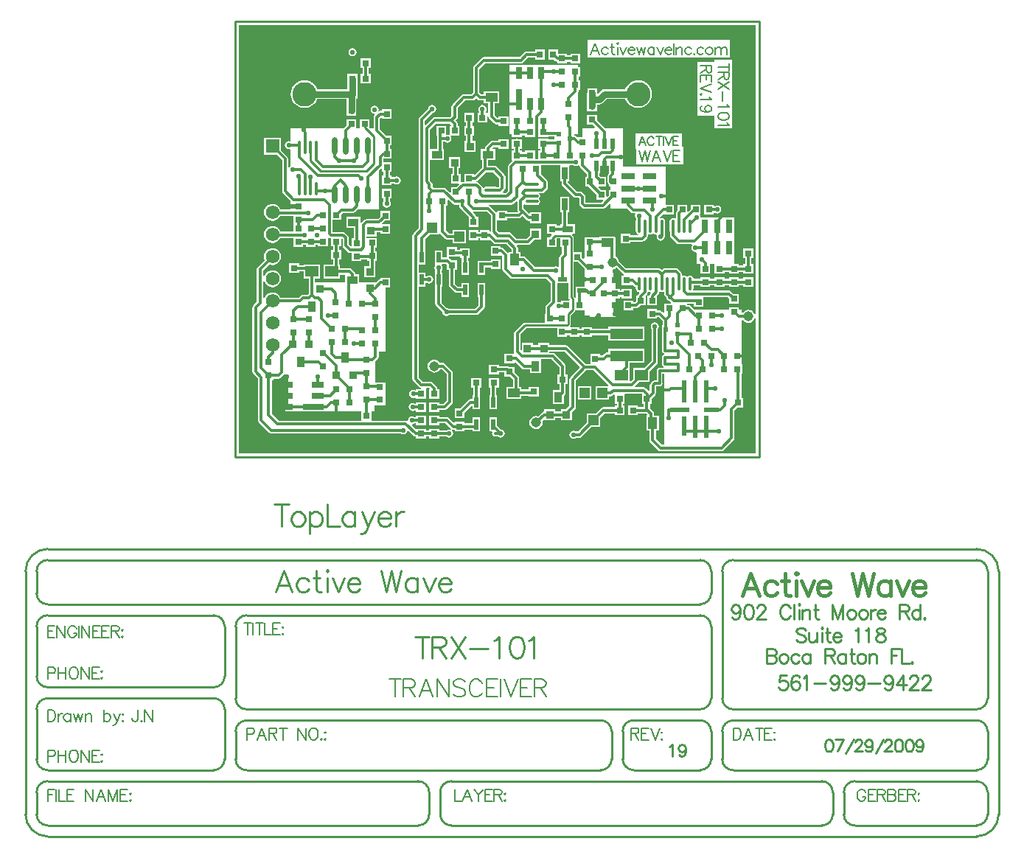
<source format=gtl>
%FSLAX24Y24*%
%MOIN*%
G70*
G01*
G75*
G04 Layer_Physical_Order=1*
G04 Layer_Color=255*
%ADD10R,0.0300X0.0300*%
%ADD11R,0.0200X0.0300*%
%ADD12R,0.0360X0.0360*%
%ADD13R,0.0500X0.0360*%
%ADD14R,0.0250X0.0950*%
%ADD15R,0.0250X0.0550*%
%ADD16R,0.0950X0.0250*%
%ADD17R,0.0550X0.0250*%
%ADD18R,0.0236X0.1000*%
%ADD19R,0.0236X0.0900*%
%ADD20R,0.0700X0.0236*%
%ADD21R,0.0900X0.0236*%
%ADD22R,0.0315X0.0591*%
%ADD23R,0.0591X0.0315*%
%ADD24O,0.0600X0.0160*%
%ADD25R,0.0200X0.0500*%
%ADD26O,0.0240X0.0800*%
%ADD27O,0.0160X0.0600*%
%ADD28O,0.0160X0.0600*%
%ADD29R,0.0394X0.0197*%
%ADD30R,0.0394X0.0394*%
%ADD31R,0.0300X0.0300*%
%ADD32R,0.0472X0.0472*%
%ADD33R,0.0472X0.0472*%
%ADD34R,0.0236X0.0236*%
%ADD35R,0.0360X0.0500*%
%ADD36R,0.0360X0.0360*%
%ADD37R,0.0600X0.0500*%
%ADD38C,0.0120*%
%ADD39R,0.1500X0.0500*%
%ADD40R,0.0550X0.0400*%
%ADD41R,0.0400X0.0550*%
%ADD42C,0.0140*%
%ADD43C,0.0120*%
%ADD44C,0.0300*%
%ADD45C,0.0100*%
%ADD46C,0.0200*%
%ADD47C,0.0080*%
%ADD48C,0.0090*%
%ADD49C,0.0150*%
%ADD50C,0.0050*%
%ADD51C,0.1100*%
%ADD52C,0.0620*%
%ADD53R,0.0620X0.0620*%
%ADD54C,0.0600*%
%ADD55C,0.0750*%
%ADD56C,0.1400*%
%ADD57C,0.0450*%
%ADD58C,0.0220*%
G36*
X17019Y7681D02*
X17065Y7650D01*
X17056Y7602D01*
X16980D01*
Y7162D01*
X17420D01*
Y7165D01*
X17466Y7184D01*
X17519Y7131D01*
X17565Y7100D01*
X17607Y7092D01*
Y7012D01*
X17619Y6953D01*
X17652Y6904D01*
X17701Y6871D01*
X17760Y6859D01*
X17771Y6805D01*
X17739Y6773D01*
X17708Y6726D01*
X17701Y6692D01*
X17620D01*
Y6454D01*
X17561Y6395D01*
X17500D01*
Y6472D01*
X17060D01*
Y6032D01*
X17500D01*
Y6109D01*
X17620D01*
X17620Y6109D01*
X17675Y6120D01*
X17721Y6151D01*
X17822Y6252D01*
X18060D01*
Y6690D01*
X18117Y6747D01*
X18117Y6747D01*
X18148Y6793D01*
X18159Y6848D01*
X18159Y6848D01*
Y6854D01*
X18203Y6878D01*
X18213Y6871D01*
X18272Y6859D01*
X18279Y6860D01*
X18303Y6816D01*
X18249Y6763D01*
X18218Y6716D01*
X18213Y6692D01*
X18130D01*
Y6252D01*
X18570D01*
Y6680D01*
X18629Y6739D01*
X18629Y6739D01*
X18660Y6785D01*
X18670Y6840D01*
X18670Y6840D01*
Y6854D01*
X18715Y6878D01*
X18725Y6871D01*
X18784Y6859D01*
X18842Y6871D01*
X18853Y6878D01*
X18897Y6854D01*
Y6762D01*
X18897Y6762D01*
X18908Y6708D01*
X18939Y6661D01*
X18991Y6609D01*
X19000Y6562D01*
X19040Y6502D01*
X19100Y6462D01*
X19147Y6453D01*
X19203Y6397D01*
X19198Y6347D01*
X19175Y6332D01*
X18900D01*
Y5945D01*
X18854Y5926D01*
X18807Y5973D01*
X18761Y6004D01*
X18706Y6015D01*
X18706Y6015D01*
X18570D01*
Y6092D01*
X18130D01*
Y5652D01*
X18570D01*
Y5729D01*
X18647D01*
X18835Y5541D01*
Y5343D01*
X18790D01*
Y4967D01*
X18800D01*
Y4196D01*
X18810Y4145D01*
X18839Y4102D01*
X18882Y4074D01*
X18894Y4071D01*
Y4021D01*
X18882Y4019D01*
X18839Y3990D01*
X18810Y3947D01*
X18800Y3896D01*
Y3596D01*
X18810Y3545D01*
X18839Y3502D01*
X18877Y3476D01*
X18863Y3429D01*
X18682D01*
X18632Y3419D01*
X18589Y3390D01*
X18560Y3347D01*
X18550Y3296D01*
Y2927D01*
Y2859D01*
X18472D01*
X18418Y2849D01*
X18399Y2836D01*
X18371Y2818D01*
X18371Y2818D01*
X18282Y2728D01*
X18251Y2682D01*
X18240Y2627D01*
X18240Y2627D01*
Y2394D01*
X18194Y2375D01*
X18068Y2501D01*
X18022Y2532D01*
X17967Y2543D01*
X17967Y2543D01*
X17580D01*
X17561Y2589D01*
X17752Y2780D01*
X18240D01*
Y3268D01*
X18571Y3599D01*
X18571Y3599D01*
X18589Y3627D01*
X18602Y3645D01*
X18613Y3700D01*
X18613Y3700D01*
Y5181D01*
X18640Y5222D01*
X18654Y5292D01*
X18640Y5362D01*
X18600Y5422D01*
X18540Y5461D01*
X18470Y5475D01*
X18400Y5461D01*
X18340Y5422D01*
X18300Y5362D01*
X18286Y5292D01*
X18300Y5222D01*
X18327Y5181D01*
Y3759D01*
X17988Y3420D01*
X17500D01*
Y2932D01*
X17386Y2818D01*
X17340Y2837D01*
Y3420D01*
X17340D01*
X17331Y3431D01*
X17333Y3440D01*
X17333Y3440D01*
Y3647D01*
X18010D01*
Y4287D01*
X16370D01*
Y4110D01*
X16300D01*
X16300Y4110D01*
X16245Y4099D01*
X16199Y4068D01*
X16199Y4068D01*
X16106Y3975D01*
X16000D01*
Y4052D01*
X15560D01*
Y3612D01*
D01*
Y3612D01*
X15541Y3593D01*
X15359D01*
X14551Y4401D01*
X14505Y4432D01*
X14450Y4443D01*
X14450Y4443D01*
X13700D01*
Y4550D01*
X13200D01*
Y4443D01*
X12950D01*
Y4550D01*
X12450D01*
Y4217D01*
X12434Y4211D01*
X12393Y4238D01*
Y4941D01*
X12651Y5199D01*
X12670Y5228D01*
X14060D01*
Y4822D01*
X14500D01*
Y4899D01*
X14620D01*
Y4822D01*
X15060D01*
Y4899D01*
X15180D01*
Y4822D01*
X15620D01*
Y4899D01*
X16370D01*
Y4647D01*
X18010D01*
Y5287D01*
X16370D01*
Y5185D01*
X15620D01*
Y5262D01*
X15180D01*
Y5185D01*
X15060D01*
Y5262D01*
X14650D01*
X14631Y5308D01*
X14637Y5313D01*
X14663Y5353D01*
X14672Y5400D01*
D01*
D01*
D01*
D01*
D01*
X14672D01*
D01*
D01*
D01*
D01*
Y5400D01*
X14672D01*
D01*
Y5400D01*
D01*
D01*
D01*
D01*
D01*
D01*
D01*
D01*
D01*
D01*
D01*
D01*
Y5400D01*
D01*
X14672D01*
D01*
D01*
D01*
D01*
X14672Y5400D01*
Y5799D01*
X14837Y5963D01*
X14863Y6003D01*
X14867Y6022D01*
X15270D01*
D01*
X15270D01*
X15283Y6009D01*
Y5730D01*
X16683D01*
Y6562D01*
X16890D01*
Y6639D01*
X16980D01*
Y6562D01*
X17420D01*
Y7002D01*
X16980D01*
Y6925D01*
X16890D01*
Y7002D01*
X16683D01*
Y7936D01*
X16699Y7942D01*
X16732Y7968D01*
X17019Y7681D01*
D02*
G37*
G36*
X11437Y12003D02*
Y11621D01*
X11415Y11599D01*
X11321D01*
X11270Y11609D01*
X10830D01*
X10771Y11597D01*
X10722Y11564D01*
X10719Y11566D01*
X10674Y11596D01*
X10672Y11603D01*
X10644Y11646D01*
X10504Y11786D01*
D01*
X10504Y11786D01*
D01*
D01*
D01*
X10504Y11786D01*
X10504Y11786D01*
X10461Y11814D01*
X10410Y11824D01*
Y11847D01*
X10425Y11850D01*
X10471Y11881D01*
X10859Y12269D01*
X11171D01*
X11437Y12003D01*
D02*
G37*
G36*
X9277Y14393D02*
Y14362D01*
X9200D01*
Y13973D01*
X9160Y13951D01*
X9090Y13965D01*
X9079Y13963D01*
X9040Y13995D01*
Y14362D01*
X8600D01*
Y13922D01*
X8647D01*
Y13782D01*
Y13322D01*
X8313D01*
Y14193D01*
X8589Y14469D01*
X9201D01*
X9277Y14393D01*
D02*
G37*
G36*
X14554Y7259D02*
X14554D01*
X14568Y7245D01*
Y6610D01*
X14568Y6610D01*
X14568D01*
X14577Y6563D01*
X14603Y6523D01*
X14619Y6508D01*
X14600Y6462D01*
X14230D01*
Y6437D01*
X14191Y6405D01*
X14140Y6415D01*
X14091Y6406D01*
X14053Y6437D01*
Y7259D01*
X14554D01*
D01*
D02*
G37*
G36*
X12257Y10922D02*
Y10572D01*
X12257Y10572D01*
X12268Y10517D01*
X12287Y10488D01*
X12264Y10444D01*
X11790D01*
Y10532D01*
X11350D01*
Y10485D01*
X11302Y10471D01*
X11301Y10473D01*
X11301Y10473D01*
X11041Y10733D01*
X10995Y10764D01*
X10940Y10775D01*
X10957Y10791D01*
X11270D01*
X11321Y10801D01*
X12012D01*
X12012Y10801D01*
X12067Y10812D01*
X12113Y10843D01*
X12211Y10941D01*
X12257Y10922D01*
D02*
G37*
G36*
X15283Y7907D02*
Y7084D01*
X14886D01*
Y6747D01*
X14907D01*
Y6617D01*
X14859Y6602D01*
X14837Y6637D01*
X14812Y6661D01*
Y8212D01*
X14978D01*
X15283Y7907D01*
D02*
G37*
G36*
X16410Y12225D02*
X16380Y12195D01*
X16349Y12148D01*
X16338Y12094D01*
X16338Y12094D01*
Y11840D01*
Y11835D01*
X16349Y11780D01*
X16380Y11734D01*
X16390Y11727D01*
Y11620D01*
X16453D01*
Y11460D01*
X16390D01*
Y11222D01*
X16326Y11158D01*
X16280Y11177D01*
Y11460D01*
X16042D01*
X15928Y11574D01*
X15947Y11620D01*
X16280D01*
Y12060D01*
X16042D01*
X15973Y12129D01*
Y12222D01*
X16000D01*
Y12540D01*
X16410D01*
Y12225D01*
D02*
G37*
G36*
X14820Y12562D02*
X14890Y12548D01*
X14960Y12562D01*
X15015Y12599D01*
X15040Y12589D01*
X15063Y12573D01*
X15068Y12545D01*
X15099Y12499D01*
X15397Y12201D01*
Y12060D01*
X15320D01*
Y11620D01*
X15478D01*
X15840Y11258D01*
Y11020D01*
X16123D01*
X16142Y10974D01*
X16061Y10893D01*
X15359D01*
X15343Y10909D01*
Y11150D01*
X15332Y11205D01*
X15319Y11223D01*
X15301Y11251D01*
X15301Y11251D01*
X15201Y11351D01*
X15155Y11382D01*
X15100Y11393D01*
X15100Y11393D01*
X14959D01*
X14543Y11809D01*
Y11862D01*
X14595D01*
Y12552D01*
X14595D01*
Y12564D01*
X14630Y12599D01*
X14764D01*
X14820Y12562D01*
D02*
G37*
G36*
X18913Y-55D02*
X18792D01*
X18523Y214D01*
Y577D01*
X18650D01*
Y1267D01*
X18436D01*
Y1355D01*
D01*
D01*
D01*
D01*
X18436D01*
D01*
D01*
D01*
D01*
D01*
X18436D01*
Y1355D01*
D01*
D01*
Y1355D01*
D01*
D01*
D01*
D01*
D01*
D01*
D01*
D01*
D01*
D01*
D01*
D01*
Y1355D01*
D01*
X18436D01*
D01*
D01*
D01*
D01*
D01*
D01*
D01*
X18436Y1355D01*
D01*
D01*
D01*
D01*
D01*
D01*
D01*
D01*
X18426Y1410D01*
X18413Y1429D01*
X18395Y1456D01*
X18395Y1456D01*
X18256Y1595D01*
Y1795D01*
X18334D01*
Y2034D01*
X18484Y2184D01*
X18515Y2230D01*
X18526Y2285D01*
X18526Y2285D01*
Y2568D01*
X18531Y2574D01*
X18682D01*
X18737Y2585D01*
X18783Y2616D01*
X18814Y2662D01*
X18825Y2717D01*
X18815Y2768D01*
Y2927D01*
Y3164D01*
X18913D01*
Y-55D01*
D02*
G37*
G36*
X23030Y5853D02*
X22981Y5843D01*
X22958Y5899D01*
X22910Y5960D01*
X22849Y6008D01*
X22777Y6037D01*
X22700Y6048D01*
X22623Y6037D01*
X22551Y6008D01*
X22490Y5960D01*
X22461Y5923D01*
X22413Y5939D01*
Y6070D01*
X22270D01*
Y6170D01*
X21830D01*
Y6070D01*
X20242D01*
X20099Y6213D01*
X20053Y6244D01*
X19998Y6255D01*
X19998Y6255D01*
X19940D01*
Y6327D01*
X20230D01*
Y6180D01*
X20670D01*
Y6620D01*
D01*
Y6620D01*
X20677Y6627D01*
X21771D01*
X21830Y6568D01*
Y6330D01*
X22270D01*
Y6770D01*
X22032D01*
X21931Y6871D01*
X21885Y6902D01*
X21830Y6913D01*
X21830Y6913D01*
X20226D01*
X20204Y6953D01*
X20216Y7012D01*
Y7157D01*
X20530D01*
Y7080D01*
X20970D01*
Y7157D01*
X21180D01*
Y7080D01*
X21620D01*
Y7157D01*
X21830D01*
Y7080D01*
X22270D01*
Y7157D01*
X22480D01*
Y7080D01*
X22920D01*
Y7520D01*
X22480D01*
Y7443D01*
X22270D01*
Y7520D01*
X21830D01*
Y7443D01*
X21620D01*
Y7520D01*
X21180D01*
Y7443D01*
X20970D01*
Y7520D01*
X20530D01*
Y7443D01*
X20216D01*
Y7452D01*
X20204Y7510D01*
X20171Y7560D01*
X20122Y7593D01*
X20063Y7605D01*
X20005Y7593D01*
X19955Y7560D01*
X19915D01*
X19866Y7593D01*
X19807Y7605D01*
X19749Y7593D01*
X19738Y7586D01*
X19694Y7610D01*
Y7650D01*
X19694Y7650D01*
Y7650D01*
X19694D01*
X19694Y7650D01*
D01*
D01*
D01*
D01*
X19694Y7650D01*
D01*
X19683Y7705D01*
X19671Y7724D01*
X19652Y7751D01*
X19652Y7751D01*
X19521Y7883D01*
X19475Y7914D01*
X19420Y7925D01*
X19420Y7925D01*
X18920D01*
X18920Y7925D01*
X18865Y7914D01*
X18819Y7883D01*
X18819Y7883D01*
X18784Y7847D01*
X18748Y7883D01*
X18702Y7914D01*
X18647Y7925D01*
X18647Y7925D01*
X17179D01*
X16839Y8265D01*
X16837Y8277D01*
X16808Y8349D01*
X16760Y8410D01*
X16699Y8458D01*
X16683Y8464D01*
Y9330D01*
X16665D01*
Y9352D01*
X15975D01*
Y9330D01*
X15740D01*
Y9332D01*
X15300D01*
Y9330D01*
X15283D01*
Y8376D01*
X15237Y8357D01*
X15180Y8414D01*
Y8652D01*
X14812D01*
Y9310D01*
X14803Y9357D01*
X14777Y9397D01*
X14777Y9397D01*
D01*
D01*
D01*
D01*
X14777Y9397D01*
D01*
D01*
X14777D01*
X14737Y9436D01*
X14757Y9482D01*
X14850D01*
Y9922D01*
X14543D01*
Y10462D01*
X14595D01*
Y11152D01*
X14205D01*
Y10462D01*
X14257D01*
Y9922D01*
X14200D01*
Y9845D01*
X14040D01*
Y9922D01*
X13600D01*
Y9482D01*
X13793D01*
X13813Y9436D01*
X13734Y9357D01*
X13711Y9323D01*
X13710Y9322D01*
X13600D01*
Y8882D01*
X14040D01*
Y9278D01*
X14200D01*
Y8882D01*
X14277D01*
Y8591D01*
X14186Y8500D01*
X14155Y8453D01*
X14144Y8399D01*
X14144Y8399D01*
Y8005D01*
X14100Y7981D01*
X14070Y8001D01*
X14000Y8015D01*
X13930Y8001D01*
X13890Y7975D01*
X13059D01*
X12621Y8413D01*
X12575Y8444D01*
X12520Y8455D01*
X12520Y8455D01*
X12410D01*
Y8657D01*
X12283D01*
Y8832D01*
X12272Y8886D01*
X12259Y8905D01*
X12241Y8933D01*
X12241Y8933D01*
X12241Y8933D01*
X12260Y8979D01*
X12730D01*
X12730Y8979D01*
X12785Y8990D01*
X12831Y9021D01*
X13022Y9212D01*
X13320D01*
Y9712D01*
X12820D01*
Y9414D01*
X12671Y9265D01*
X12239D01*
X12001Y9503D01*
X11955Y9534D01*
X11900Y9545D01*
X11900Y9545D01*
X11439D01*
X11343Y9641D01*
Y10092D01*
X11350D01*
Y10092D01*
X11790D01*
Y10179D01*
X12320D01*
X12371Y10189D01*
X12414Y10218D01*
X12483Y10287D01*
X12659Y10111D01*
X12659Y10111D01*
X12705Y10080D01*
X12760Y10069D01*
X12760Y10069D01*
X12820D01*
Y9962D01*
X13320D01*
Y10462D01*
X12820D01*
Y10419D01*
X12774Y10400D01*
X12591Y10583D01*
X12591Y10583D01*
X12543Y10631D01*
Y10804D01*
X12590Y10836D01*
X12640Y10803D01*
X12699Y10791D01*
X13139D01*
X13197Y10803D01*
X13247Y10836D01*
X13280Y10886D01*
X13291Y10944D01*
X13280Y11003D01*
X13247Y11052D01*
Y11092D01*
X13280Y11141D01*
X13291Y11200D01*
X13280Y11259D01*
X13247Y11308D01*
X13248Y11313D01*
X13364D01*
X13364Y11313D01*
X13419Y11324D01*
X13465Y11355D01*
X13591Y11481D01*
X13622Y11527D01*
X13633Y11582D01*
X13633Y11582D01*
Y11812D01*
X13633Y11812D01*
X13622Y11866D01*
X13609Y11885D01*
X13591Y11913D01*
X13591Y11913D01*
X13323Y12181D01*
Y12202D01*
X13330D01*
Y12599D01*
X14205D01*
Y12552D01*
X14205D01*
Y11862D01*
X14257D01*
Y11750D01*
X14257Y11750D01*
X14268Y11696D01*
X14299Y11649D01*
X14799Y11149D01*
X14799Y11149D01*
X14845Y11118D01*
X14900Y11107D01*
X14900Y11107D01*
X15041D01*
X15057Y11091D01*
Y10850D01*
X15057Y10850D01*
X15068Y10795D01*
X15099Y10749D01*
X15199Y10649D01*
X15199Y10649D01*
X15227Y10631D01*
X15245Y10618D01*
X15300Y10607D01*
X16120D01*
X16120Y10607D01*
X16175Y10618D01*
X16221Y10649D01*
X16407Y10835D01*
X16453Y10816D01*
Y10620D01*
X17240D01*
X17402Y10458D01*
X17445Y10429D01*
X17495Y10419D01*
X17567D01*
X17591Y10375D01*
X17590Y10375D01*
X17576Y10305D01*
X17590Y10234D01*
X17627Y10179D01*
Y10122D01*
X17619Y10109D01*
X17607Y10050D01*
Y9610D01*
X17619Y9552D01*
X17652Y9502D01*
X17701Y9469D01*
X17725Y9464D01*
X17720Y9415D01*
X17370D01*
Y9492D01*
X16930D01*
Y9052D01*
X17370D01*
Y9129D01*
X17910D01*
X17910Y9129D01*
X17965Y9140D01*
X18011Y9171D01*
X18117Y9277D01*
X18117Y9277D01*
X18148Y9323D01*
X18159Y9378D01*
X18159Y9378D01*
Y9452D01*
X18203Y9476D01*
X18213Y9469D01*
X18272Y9457D01*
X18330Y9469D01*
X18380Y9502D01*
X18420D01*
X18469Y9469D01*
X18528Y9457D01*
X18538Y9459D01*
X18565Y9418D01*
X18564Y9416D01*
X18550Y9345D01*
X18564Y9275D01*
X18604Y9216D01*
X18663Y9176D01*
X18734Y9162D01*
X18804Y9176D01*
X18863Y9216D01*
X18903Y9275D01*
X18917Y9345D01*
X18917Y9347D01*
X18926Y9395D01*
X18926Y9395D01*
Y9559D01*
X18937Y9610D01*
Y10050D01*
X18925Y10109D01*
X18892Y10158D01*
X18842Y10192D01*
X18784Y10203D01*
X18730Y10192D01*
X18706Y10237D01*
X18854Y10385D01*
X18901Y10366D01*
Y10362D01*
X19341D01*
Y10802D01*
X18973D01*
Y12530D01*
X17023D01*
Y14270D01*
X16217D01*
X15853Y14634D01*
Y14872D01*
X15413D01*
Y14432D01*
X15651D01*
X15767Y14316D01*
X15748Y14270D01*
X15213D01*
Y13852D01*
X14980D01*
X14980Y13852D01*
Y13852D01*
X14964Y13845D01*
X14924Y13886D01*
X14881Y13914D01*
X14830Y13924D01*
X14819D01*
Y13982D01*
D01*
Y13982D01*
X14827Y13990D01*
X14983D01*
Y15843D01*
X14999Y15866D01*
X15011Y15885D01*
X15022Y15939D01*
Y15987D01*
X15099D01*
Y16427D01*
X15021D01*
Y16587D01*
X15099D01*
Y17027D01*
X14983D01*
Y17120D01*
X11903D01*
Y13990D01*
X12009D01*
Y13857D01*
X12449D01*
Y13934D01*
X12609D01*
Y13857D01*
X13049D01*
Y13990D01*
X13209D01*
Y13857D01*
X13649D01*
Y13894D01*
X13931D01*
Y13803D01*
X13931Y13803D01*
X13931Y13785D01*
D01*
X13931Y13740D01*
X13649D01*
Y13777D01*
X13443D01*
X13429Y13780D01*
X13415Y13777D01*
X13209D01*
Y13337D01*
X13286D01*
Y13257D01*
X13209D01*
Y12864D01*
X13049D01*
Y13257D01*
X12609D01*
Y13180D01*
X12449D01*
Y13257D01*
X12371D01*
Y13327D01*
X12449D01*
Y13767D01*
X12286D01*
X12283Y13769D01*
X12229Y13780D01*
X12174Y13769D01*
X12171Y13767D01*
X12009D01*
Y13327D01*
X12086D01*
Y13257D01*
X12009D01*
Y12817D01*
X12009Y12817D01*
X12009D01*
X12026Y12775D01*
X11856Y12606D01*
X11828Y12563D01*
X11817Y12512D01*
Y11427D01*
X11723Y11333D01*
X11618D01*
X11599Y11379D01*
X11681Y11461D01*
X11681Y11461D01*
X11712Y11507D01*
X11723Y11562D01*
X11723Y11562D01*
Y12062D01*
X11723Y12062D01*
X11712Y12116D01*
X11681Y12163D01*
X11681Y12163D01*
X11331Y12513D01*
X11285Y12544D01*
X11230Y12555D01*
X11230Y12555D01*
X10943D01*
Y12807D01*
X11249D01*
Y13307D01*
X11146D01*
X11127Y13353D01*
X11178Y13404D01*
X11409D01*
Y13327D01*
X11849D01*
Y13767D01*
X11409D01*
Y13690D01*
X11119D01*
X11119Y13690D01*
X11064Y13679D01*
X11018Y13648D01*
X11018Y13648D01*
X10828Y13458D01*
X10797Y13412D01*
X10786Y13357D01*
X10786Y13357D01*
Y13307D01*
X10609D01*
Y12807D01*
X10657D01*
Y12471D01*
X10346Y12160D01*
X10300Y12179D01*
Y12202D01*
X9860D01*
Y11824D01*
X9790D01*
X9739Y11814D01*
X9700Y11835D01*
Y12202D01*
X9613D01*
Y12442D01*
X9670D01*
Y12942D01*
X9170D01*
Y12442D01*
X9347D01*
Y12202D01*
X9260D01*
Y11762D01*
X9607D01*
X9626Y11716D01*
X9513Y11602D01*
X9260D01*
Y11369D01*
X9214Y11350D01*
X9041Y11523D01*
X8995Y11554D01*
X8940Y11565D01*
X8940Y11565D01*
X8469D01*
X8420Y11614D01*
Y11735D01*
X8420Y11735D01*
X8409Y11790D01*
X8378Y11836D01*
X8378Y11836D01*
X8313Y11901D01*
Y12822D01*
X8940D01*
Y13322D01*
X8913D01*
Y13649D01*
X8964D01*
X9020Y13612D01*
X9090Y13598D01*
X9160Y13612D01*
X9220Y13652D01*
X9260Y13712D01*
X9274Y13782D01*
X9260Y13852D01*
X9220Y13912D01*
X9223Y13922D01*
X9640D01*
Y14362D01*
X9563D01*
Y14452D01*
X9563Y14452D01*
X9552Y14506D01*
X9539Y14525D01*
X9521Y14553D01*
X9521Y14553D01*
X9462Y14612D01*
X9521Y14671D01*
X9521Y14671D01*
X9539Y14699D01*
X9552Y14717D01*
X9563Y14772D01*
X9563Y14772D01*
Y15173D01*
X9904Y15514D01*
X10235D01*
X10235Y15514D01*
X10290Y15525D01*
X10336Y15556D01*
X10400Y15620D01*
X10464Y15556D01*
X10464Y15556D01*
X10510Y15525D01*
X10565Y15514D01*
X10565Y15514D01*
X10744D01*
Y15387D01*
X10946D01*
Y14957D01*
X10899D01*
Y14957D01*
X10823D01*
Y15021D01*
X10850Y15062D01*
X10864Y15132D01*
X10850Y15202D01*
X10810Y15262D01*
X10750Y15301D01*
X10680Y15315D01*
X10610Y15301D01*
X10550Y15262D01*
X10510Y15202D01*
X10496Y15132D01*
X10510Y15062D01*
X10537Y15021D01*
Y14957D01*
X10459D01*
Y14517D01*
X10899D01*
Y14776D01*
X10948Y14780D01*
X10957Y14738D01*
X10988Y14692D01*
X11204Y14476D01*
X11204Y14476D01*
X11250Y14445D01*
X11305Y14434D01*
X11305Y14434D01*
X11409D01*
Y14357D01*
X11849D01*
Y14797D01*
X11409D01*
Y14740D01*
X11363Y14721D01*
X11231Y14852D01*
Y15387D01*
X11434D01*
Y15927D01*
X10744D01*
Y15800D01*
X10624D01*
X10543Y15881D01*
Y16933D01*
X10804Y17194D01*
X12425D01*
X12425Y17194D01*
X12480Y17205D01*
X12526Y17235D01*
X12735Y17444D01*
X13049D01*
Y17367D01*
X13489D01*
Y17807D01*
X13049D01*
Y17730D01*
X12676D01*
X12621Y17719D01*
X12575Y17688D01*
X12575Y17688D01*
X12366Y17479D01*
X10745D01*
X10745Y17479D01*
X10690Y17468D01*
X10644Y17437D01*
X10644Y17437D01*
X10299Y17093D01*
X10268Y17046D01*
X10257Y16992D01*
X10257Y16992D01*
Y15881D01*
X10176Y15800D01*
X9845D01*
X9845Y15800D01*
X9791Y15789D01*
X9744Y15758D01*
X9744Y15758D01*
X9319Y15333D01*
X9288Y15286D01*
X9277Y15232D01*
X9277Y15232D01*
Y14831D01*
X9201Y14755D01*
X8530D01*
X8530Y14755D01*
X8475Y14744D01*
X8429Y14713D01*
X8429Y14713D01*
X8119Y14403D01*
X8073Y14422D01*
Y14593D01*
X8433Y14953D01*
X8480Y14962D01*
X8540Y15002D01*
X8580Y15062D01*
X8594Y15132D01*
X8580Y15202D01*
X8540Y15262D01*
X8480Y15301D01*
X8410Y15315D01*
X8340Y15301D01*
X8280Y15262D01*
X8240Y15202D01*
X8231Y15155D01*
X7829Y14753D01*
X7798Y14706D01*
X7787Y14652D01*
X7787Y14652D01*
Y9741D01*
X7549Y9503D01*
X7518Y9456D01*
X7507Y9402D01*
X7507Y9402D01*
Y2922D01*
X7507Y2922D01*
X7518Y2867D01*
X7549Y2821D01*
X7809Y2561D01*
X7809Y2561D01*
X7855Y2530D01*
X7897Y2522D01*
X7893Y2472D01*
X7680D01*
Y2424D01*
X7636Y2401D01*
X7620Y2411D01*
X7550Y2425D01*
X7480Y2411D01*
X7420Y2372D01*
X7380Y2312D01*
X7366Y2242D01*
X7380Y2172D01*
X7420Y2112D01*
X7480Y2072D01*
X7550Y2058D01*
X7620Y2072D01*
X7636Y2083D01*
X7680Y2059D01*
Y2032D01*
X8120D01*
Y2472D01*
X8120D01*
Y2484D01*
X8155Y2519D01*
X8255D01*
X8282Y2477D01*
X8280Y2472D01*
X8280D01*
X8280Y2472D01*
Y2032D01*
X8720D01*
Y2472D01*
X8643D01*
Y2492D01*
X8632Y2546D01*
X8619Y2565D01*
X8601Y2593D01*
X8601Y2593D01*
X8431Y2763D01*
X8385Y2794D01*
X8330Y2805D01*
X8330Y2805D01*
X7969D01*
X7793Y2981D01*
Y7092D01*
X8110D01*
Y7269D01*
X8168D01*
X8208Y7242D01*
X8278Y7228D01*
X8348Y7242D01*
X8408Y7282D01*
X8448Y7342D01*
X8462Y7412D01*
X8448Y7482D01*
X8408Y7542D01*
X8348Y7581D01*
X8278Y7595D01*
X8208Y7581D01*
X8168Y7555D01*
X8110D01*
Y7732D01*
X7793D01*
Y8092D01*
X8110D01*
Y8732D01*
X8083D01*
Y9223D01*
X8305Y9446D01*
X8716D01*
Y9488D01*
X8764Y9503D01*
X8776Y9484D01*
X9003Y9257D01*
X9003Y9257D01*
X9049Y9226D01*
X9104Y9215D01*
X9104Y9215D01*
X9324D01*
Y9052D01*
X9936D01*
Y9664D01*
X9324D01*
Y9501D01*
X9163D01*
X9020Y9644D01*
Y10743D01*
X9097D01*
Y10998D01*
X9143Y11017D01*
X9319Y10841D01*
X9319Y10841D01*
X9365Y10810D01*
X9420Y10799D01*
X9420Y10799D01*
X9617D01*
Y10742D01*
X9617Y10742D01*
X9628Y10687D01*
X9659Y10641D01*
X10060Y10240D01*
Y9802D01*
X10500D01*
Y10242D01*
X10419D01*
X10412Y10276D01*
X10381Y10323D01*
X10252Y10451D01*
X10260Y10489D01*
X10881D01*
X11057Y10313D01*
Y9595D01*
X11049Y9588D01*
X11002Y9605D01*
X11000Y9615D01*
Y9642D01*
X10560D01*
Y9565D01*
X10500D01*
Y9642D01*
X10060D01*
Y9202D01*
X10500D01*
Y9279D01*
X10560D01*
Y9202D01*
X11000D01*
X11000Y9202D01*
Y9202D01*
X11020Y9210D01*
X11179Y9051D01*
X11179Y9051D01*
X11225Y9020D01*
X11280Y9009D01*
X11280Y9009D01*
X11761D01*
X11997Y8773D01*
Y8657D01*
X11870D01*
Y8645D01*
X11822Y8631D01*
X11821Y8633D01*
X11821Y8633D01*
X11641Y8813D01*
X11595Y8844D01*
X11540Y8855D01*
X11540Y8855D01*
X11500D01*
Y8932D01*
X11060D01*
Y8492D01*
X11500D01*
X11500Y8492D01*
Y8492D01*
X11541Y8509D01*
X11577Y8473D01*
Y7892D01*
X11577Y7892D01*
X11588Y7837D01*
X11619Y7791D01*
X11919Y7491D01*
X11919Y7491D01*
X11965Y7460D01*
X12020Y7449D01*
X12020Y7449D01*
X13581D01*
X13767Y7263D01*
Y6451D01*
X13569Y6253D01*
X13538Y6206D01*
X13527Y6152D01*
X13527Y6152D01*
Y5862D01*
X13500D01*
Y5472D01*
X12600D01*
X12553Y5463D01*
X12513Y5437D01*
X12512Y5435D01*
X12495Y5432D01*
X12449Y5401D01*
X12149Y5101D01*
X12118Y5055D01*
X12107Y5000D01*
X12107Y5000D01*
Y4150D01*
X12107Y4150D01*
X12115Y4109D01*
X12088Y4075D01*
X12080Y4070D01*
X11680D01*
Y3630D01*
X12120D01*
Y3663D01*
X12166Y3682D01*
X12449Y3399D01*
X12449Y3399D01*
X12495Y3368D01*
X12550Y3357D01*
X12550Y3357D01*
X12820D01*
Y3180D01*
X13320D01*
Y3807D01*
X13791D01*
X14157Y3441D01*
Y3120D01*
X14080D01*
Y2680D01*
X14157D01*
Y2420D01*
X13850D01*
Y1780D01*
X14350D01*
Y2148D01*
X14401Y2199D01*
X14401Y2199D01*
X14432Y2245D01*
X14443Y2300D01*
X14443Y2300D01*
Y2680D01*
X14520D01*
Y3120D01*
X14443D01*
Y3500D01*
X14443Y3500D01*
X14432Y3555D01*
X14401Y3601D01*
X14401Y3601D01*
X13951Y4051D01*
X13905Y4082D01*
X13850Y4093D01*
X13850Y4093D01*
X13700D01*
Y4157D01*
X14391D01*
X15073Y3475D01*
Y3425D01*
X14649Y3001D01*
X14618Y2955D01*
X14607Y2900D01*
X14607Y2900D01*
Y1709D01*
X14448Y1550D01*
X14220D01*
Y1443D01*
X13970D01*
Y1550D01*
X13470D01*
Y1543D01*
X13450Y1443D01*
X13395Y1432D01*
X13349Y1401D01*
X13349Y1401D01*
X13183Y1235D01*
X13177Y1237D01*
X13100Y1248D01*
X13023Y1237D01*
X12951Y1208D01*
X12890Y1160D01*
X12842Y1099D01*
X12813Y1027D01*
X12802Y950D01*
X12813Y873D01*
X12842Y801D01*
X12890Y740D01*
X12951Y692D01*
X13023Y663D01*
X13100Y652D01*
X13177Y663D01*
X13249Y692D01*
X13310Y740D01*
X13358Y801D01*
X13387Y873D01*
X13398Y950D01*
X13387Y1027D01*
X13385Y1033D01*
X13424Y1072D01*
X13470Y1053D01*
Y1050D01*
X13970D01*
Y1157D01*
X14220D01*
Y1050D01*
X14720D01*
Y1418D01*
X14851Y1549D01*
X14851Y1549D01*
X14882Y1595D01*
X14893Y1650D01*
X14893Y1650D01*
Y2841D01*
X15359Y3307D01*
X15691D01*
X16366Y2632D01*
X16347Y2586D01*
X15787D01*
Y1974D01*
X16400D01*
Y2137D01*
X16480D01*
X16480Y2137D01*
X16535Y2148D01*
X16581Y2179D01*
X16627Y2226D01*
X16674Y2206D01*
Y1795D01*
X16751D01*
Y1725D01*
X16674D01*
Y1648D01*
X16146D01*
X16091Y1637D01*
X16073Y1625D01*
X16045Y1606D01*
X16045Y1606D01*
X15804Y1366D01*
X15394D01*
Y946D01*
X14991Y543D01*
X14900D01*
X14860Y570D01*
X14790Y584D01*
X14720Y570D01*
X14660Y530D01*
X14620Y470D01*
X14606Y400D01*
X14620Y330D01*
X14660Y270D01*
X14720Y230D01*
X14790Y216D01*
X14860Y230D01*
X14900Y257D01*
X15050D01*
X15050Y257D01*
X15105Y268D01*
X15151Y299D01*
X15605Y753D01*
X16006D01*
Y1164D01*
X16205Y1363D01*
X16674D01*
Y1285D01*
X17114D01*
Y1725D01*
X17036D01*
Y1795D01*
X17114D01*
Y2222D01*
X17114Y2222D01*
D01*
D01*
X17114Y2235D01*
D01*
X17135Y2257D01*
X17894D01*
Y2235D01*
X17894D01*
Y1795D01*
X17971D01*
Y1648D01*
X17714D01*
Y1725D01*
X17274D01*
Y1285D01*
X17714D01*
Y1363D01*
X18084D01*
X18084Y1363D01*
X18084Y1363D01*
X18134Y1313D01*
X18115Y1267D01*
X18110D01*
Y577D01*
X18237D01*
Y155D01*
X18237Y155D01*
X18248Y100D01*
X18279Y54D01*
X18632Y-299D01*
X18632Y-299D01*
X18679Y-330D01*
X18733Y-341D01*
X18733Y-341D01*
X21483D01*
X21483Y-341D01*
X21538Y-330D01*
X21584Y-299D01*
X22034Y151D01*
X22034Y151D01*
X22065Y197D01*
X22076Y252D01*
X22076Y252D01*
Y1483D01*
X22215Y1622D01*
X22453D01*
Y2062D01*
X22413D01*
Y3142D01*
X22433D01*
Y3582D01*
X22413D01*
Y5561D01*
X22461Y5577D01*
X22490Y5540D01*
X22551Y5492D01*
X22623Y5463D01*
X22700Y5452D01*
X22777Y5463D01*
X22849Y5492D01*
X22910Y5540D01*
X22958Y5601D01*
X22981Y5657D01*
X23030Y5647D01*
Y-427D01*
X-323D01*
Y18927D01*
X23030D01*
Y5853D01*
D02*
G37*
%LPC*%
G36*
X11330Y1192D02*
X10990D01*
Y552D01*
X11097D01*
X11120Y508D01*
X11118Y505D01*
X11107Y450D01*
X11118Y395D01*
X11149Y349D01*
X11195Y318D01*
X11250Y307D01*
X11390D01*
X11430Y280D01*
X11500Y266D01*
X11570Y280D01*
X11630Y320D01*
X11670Y380D01*
X11684Y450D01*
X11670Y520D01*
X11630Y580D01*
X11570Y620D01*
X11523Y629D01*
X11330Y822D01*
Y1192D01*
D02*
G37*
G36*
X9520Y8882D02*
X9080D01*
Y8442D01*
D01*
Y8442D01*
X9053Y8415D01*
X8860D01*
Y8732D01*
X8520D01*
Y8092D01*
X8521D01*
X8544Y8048D01*
X8520Y8012D01*
X8506Y7942D01*
X8520Y7872D01*
X8547Y7831D01*
Y7732D01*
X8520D01*
Y7092D01*
X8547D01*
Y6310D01*
X8547Y6310D01*
X8558Y6255D01*
X8589Y6209D01*
X8871Y5927D01*
X8880Y5880D01*
X8920Y5820D01*
X8980Y5780D01*
X9050Y5766D01*
X9120Y5780D01*
X9160Y5807D01*
X10400D01*
X10400Y5807D01*
X10455Y5818D01*
X10501Y5849D01*
X10741Y6089D01*
X10741Y6089D01*
X10759Y6117D01*
X10772Y6135D01*
X10783Y6190D01*
Y6632D01*
X10810D01*
Y7272D01*
X10470D01*
Y6632D01*
X10497D01*
Y6249D01*
X10341Y6093D01*
X9160D01*
X9120Y6120D01*
X9073Y6129D01*
X8833Y6369D01*
Y7092D01*
X8860D01*
Y7732D01*
X8833D01*
Y7831D01*
X8860Y7872D01*
X8874Y7942D01*
X8860Y8012D01*
X8820Y8072D01*
X8826Y8092D01*
X8860D01*
Y8129D01*
X9031D01*
X9080Y8080D01*
Y7842D01*
X9157D01*
Y7172D01*
X9157Y7172D01*
X9168Y7117D01*
X9199Y7071D01*
X9419Y6851D01*
X9465Y6820D01*
X9520Y6809D01*
X9520Y6809D01*
X9720D01*
Y6632D01*
X10060D01*
Y7272D01*
X9720D01*
Y7095D01*
X9579D01*
X9443Y7231D01*
Y7842D01*
X9520D01*
Y8282D01*
X9282D01*
X9191Y8373D01*
X9159Y8394D01*
X9174Y8442D01*
X9520D01*
Y8469D01*
X9670D01*
Y8392D01*
X9747D01*
Y8272D01*
X9720D01*
Y7632D01*
X10060D01*
Y8272D01*
X10033D01*
Y8392D01*
X10110D01*
Y8832D01*
X9670D01*
Y8755D01*
X9520D01*
Y8882D01*
D02*
G37*
G36*
X11500Y8332D02*
X11060D01*
Y8255D01*
X10810D01*
Y8272D01*
X10470D01*
Y7632D01*
X10810D01*
Y7969D01*
X11060D01*
Y7892D01*
X11500D01*
Y8332D01*
D02*
G37*
G36*
X11420Y2970D02*
X10980D01*
Y2530D01*
X11017D01*
Y2192D01*
X10990D01*
Y1552D01*
X11330D01*
Y2192D01*
X11303D01*
Y2530D01*
X11420D01*
Y2970D01*
D02*
G37*
G36*
X10620D02*
X10180D01*
Y2530D01*
X10267D01*
Y2192D01*
X10240D01*
Y2015D01*
X10140D01*
X10140Y2015D01*
X10085Y2004D01*
X10039Y1973D01*
X10039Y1973D01*
X9658Y1592D01*
X9420D01*
Y1152D01*
X9860D01*
Y1390D01*
X10194Y1724D01*
X10240Y1705D01*
Y1552D01*
X10580D01*
Y2192D01*
X10553D01*
Y2530D01*
X10620D01*
Y2970D01*
D02*
G37*
G36*
X11420Y3570D02*
X10980D01*
Y3130D01*
X11420D01*
Y3207D01*
X11680D01*
Y3030D01*
X11918D01*
X12057Y2891D01*
Y2570D01*
X11755D01*
Y2030D01*
X12445D01*
Y2157D01*
X12780D01*
Y2130D01*
X13220D01*
Y2570D01*
X12780D01*
Y2443D01*
X12445D01*
Y2570D01*
X12343D01*
Y2950D01*
X12343Y2950D01*
X12332Y3005D01*
X12301Y3051D01*
X12301Y3051D01*
X12120Y3232D01*
Y3470D01*
X11872D01*
X11855Y3482D01*
X11800Y3493D01*
X11800Y3493D01*
X11420D01*
Y3570D01*
D02*
G37*
G36*
X15613Y2586D02*
X15000D01*
Y1974D01*
X15613D01*
Y2586D01*
D02*
G37*
G36*
X8500Y3798D02*
X8423Y3787D01*
X8351Y3758D01*
X8290Y3710D01*
X8242Y3649D01*
X8213Y3577D01*
X8202Y3500D01*
X8213Y3423D01*
X8242Y3351D01*
X8290Y3290D01*
X8351Y3242D01*
X8423Y3213D01*
X8500Y3202D01*
X8577Y3213D01*
X8649Y3242D01*
X8710Y3290D01*
X8758Y3351D01*
X8760Y3357D01*
X8841D01*
X9057Y3141D01*
Y1959D01*
X8891Y1793D01*
X8720D01*
Y1872D01*
X8280D01*
Y1432D01*
X8720D01*
Y1507D01*
X8950D01*
X8950Y1507D01*
X9005Y1518D01*
X9051Y1549D01*
X9301Y1799D01*
X9301Y1799D01*
X9319Y1827D01*
X9332Y1845D01*
X9343Y1900D01*
Y3200D01*
X9343Y3200D01*
X9332Y3255D01*
X9301Y3301D01*
X9301Y3301D01*
X9001Y3601D01*
X8955Y3632D01*
X8900Y3643D01*
X8900Y3643D01*
X8760D01*
X8758Y3649D01*
X8710Y3710D01*
X8649Y3758D01*
X8577Y3787D01*
X8500Y3798D01*
D02*
G37*
G36*
X8120Y1872D02*
X7680D01*
Y1795D01*
X7630D01*
X7590Y1821D01*
X7520Y1835D01*
X7450Y1821D01*
X7390Y1782D01*
X7350Y1722D01*
X7336Y1652D01*
X7350Y1582D01*
X7390Y1522D01*
X7450Y1482D01*
X7520Y1468D01*
X7590Y1482D01*
X7630Y1509D01*
X7680D01*
Y1432D01*
X8120D01*
Y1872D01*
D02*
G37*
G36*
X4800Y16724D02*
X4778Y16720D01*
X4580D01*
Y16522D01*
X4576Y16500D01*
Y16026D01*
X3213D01*
X3209Y16040D01*
X3151Y16148D01*
X3074Y16242D01*
X2979Y16320D01*
X2872Y16377D01*
X2755Y16413D01*
X2633Y16425D01*
X2512Y16413D01*
X2395Y16377D01*
X2287Y16320D01*
X2193Y16242D01*
X2115Y16148D01*
X2058Y16040D01*
X2022Y15923D01*
X2010Y15802D01*
X2022Y15680D01*
X2058Y15563D01*
X2115Y15456D01*
X2193Y15361D01*
X2287Y15284D01*
X2395Y15226D01*
X2512Y15191D01*
X2633Y15179D01*
X2755Y15191D01*
X2872Y15226D01*
X2979Y15284D01*
X3074Y15361D01*
X3151Y15456D01*
X3209Y15563D01*
X3213Y15577D01*
X4526D01*
Y15050D01*
X4530Y15028D01*
Y14830D01*
X4728D01*
X4750Y14826D01*
X4772Y14830D01*
X4970D01*
Y15028D01*
X4974Y15050D01*
Y15580D01*
X5020D01*
Y15778D01*
X5024Y15800D01*
Y16500D01*
X5020Y16522D01*
Y16720D01*
X4822D01*
X4800Y16724D01*
D02*
G37*
G36*
X17723Y16425D02*
X17602Y16413D01*
X17485Y16377D01*
X17377Y16320D01*
X17283Y16242D01*
X17205Y16148D01*
X17148Y16040D01*
X17143Y16025D01*
X16200Y16024D01*
X16157Y16016D01*
X16114Y16007D01*
X16114Y16007D01*
X16114Y16007D01*
X16078Y15983D01*
X16041Y15959D01*
X15909Y15826D01*
X15863Y15846D01*
X15863Y15848D01*
X15859Y15871D01*
Y16070D01*
X15661D01*
X15641Y16074D01*
X15618Y16070D01*
X15419D01*
Y15873D01*
X15414Y15852D01*
X15409Y15254D01*
X15413Y15231D01*
Y15032D01*
X15611D01*
X15631Y15028D01*
X15654Y15032D01*
X15853D01*
Y15229D01*
X15858Y15250D01*
X15858Y15326D01*
X15950D01*
X16036Y15343D01*
X16109Y15391D01*
X16293Y15576D01*
X17144Y15577D01*
X17148Y15563D01*
X17205Y15456D01*
X17283Y15361D01*
X17377Y15284D01*
X17485Y15226D01*
X17602Y15191D01*
X17723Y15179D01*
X17845Y15191D01*
X17962Y15226D01*
X18069Y15284D01*
X18164Y15361D01*
X18241Y15456D01*
X18299Y15563D01*
X18334Y15680D01*
X18346Y15802D01*
X18334Y15923D01*
X18299Y16040D01*
X18241Y16148D01*
X18164Y16242D01*
X18069Y16320D01*
X17962Y16377D01*
X17845Y16413D01*
X17723Y16425D01*
D02*
G37*
G36*
X5800Y15284D02*
X5730Y15270D01*
X5670Y15230D01*
X5630Y15170D01*
X5616Y15100D01*
X5630Y15030D01*
X5670Y14970D01*
X5730Y14930D01*
X5800Y14916D01*
X5811Y14863D01*
X5799Y14851D01*
X5768Y14805D01*
X5757Y14750D01*
X5757Y14750D01*
Y14240D01*
X5583D01*
X5570Y14253D01*
Y14670D01*
X5130D01*
Y14240D01*
X4970D01*
Y14670D01*
X4530D01*
Y14382D01*
X4409Y14261D01*
X4395Y14240D01*
X2003D01*
Y13700D01*
X1965Y13669D01*
X1923Y13677D01*
X1853Y13663D01*
X1793Y13623D01*
X1754Y13564D01*
X1740Y13493D01*
X1754Y13423D01*
X1793Y13364D01*
X1853Y13324D01*
X1923Y13310D01*
X1965Y13318D01*
X2003Y13286D01*
Y12543D01*
X1972Y12522D01*
X1932Y12463D01*
X1883Y12473D01*
Y12885D01*
X1872Y12936D01*
X1844Y12979D01*
X1563Y13259D01*
Y13832D01*
X803D01*
Y13072D01*
X1376D01*
X1617Y12830D01*
Y11422D01*
X1618Y11417D01*
X1617Y11413D01*
X1628Y11362D01*
X1656Y11319D01*
X2003Y10972D01*
Y10600D01*
D01*
Y10600D01*
X1978Y10575D01*
X1544D01*
X1515Y10643D01*
X1454Y10723D01*
X1375Y10784D01*
X1282Y10822D01*
X1183Y10835D01*
X1084Y10822D01*
X992Y10784D01*
X912Y10723D01*
X851Y10643D01*
X813Y10551D01*
X800Y10452D01*
X813Y10353D01*
X851Y10260D01*
X912Y10181D01*
X992Y10120D01*
X1084Y10082D01*
X1183Y10069D01*
X1282Y10082D01*
X1375Y10120D01*
X1454Y10181D01*
X1515Y10260D01*
X1527Y10289D01*
X2140D01*
Y9913D01*
Y9575D01*
X1543D01*
X1515Y9643D01*
X1454Y9723D01*
X1375Y9784D01*
X1282Y9822D01*
X1183Y9835D01*
X1084Y9822D01*
X992Y9784D01*
X912Y9723D01*
X851Y9643D01*
X813Y9551D01*
X800Y9452D01*
X813Y9353D01*
X851Y9260D01*
X912Y9181D01*
X992Y9120D01*
X1084Y9082D01*
X1183Y9069D01*
X1282Y9082D01*
X1375Y9120D01*
X1454Y9181D01*
X1515Y9260D01*
X1527Y9290D01*
X2140D01*
Y8903D01*
X2580D01*
Y8990D01*
X2700D01*
Y8903D01*
X3140D01*
Y8990D01*
X3243D01*
Y8912D01*
X3683D01*
Y9317D01*
X3695Y9322D01*
D01*
X3720Y9333D01*
D01*
X3733D01*
X3733Y9333D01*
D01*
D01*
D01*
X3733D01*
D01*
Y9333D01*
D01*
X3776Y9304D01*
X3827Y9294D01*
X3843D01*
Y8912D01*
X3931D01*
Y8752D01*
X3843D01*
Y8312D01*
X3931D01*
Y8102D01*
X3493D01*
Y7462D01*
X4233D01*
Y7639D01*
X4473D01*
Y7280D01*
X3106D01*
Y7462D01*
X3333D01*
Y8102D01*
X2593D01*
Y8064D01*
X2383D01*
Y8152D01*
X1943D01*
Y7712D01*
X2383D01*
Y7799D01*
X2593D01*
Y7462D01*
X2820D01*
Y6791D01*
X2764Y6735D01*
X2573D01*
X2573Y6735D01*
X2519Y6724D01*
X2472Y6693D01*
X2472Y6693D01*
X2374Y6595D01*
X1535D01*
X1515Y6643D01*
X1454Y6723D01*
X1375Y6784D01*
X1282Y6822D01*
X1183Y6835D01*
X1084Y6822D01*
X992Y6784D01*
X912Y6723D01*
X851Y6643D01*
X813Y6551D01*
X813Y6548D01*
X763Y6551D01*
Y7352D01*
X813Y7355D01*
X813Y7353D01*
X851Y7260D01*
X912Y7181D01*
X992Y7120D01*
X1084Y7082D01*
X1183Y7069D01*
X1282Y7082D01*
X1375Y7120D01*
X1454Y7181D01*
X1515Y7260D01*
X1553Y7353D01*
X1567Y7452D01*
X1553Y7551D01*
X1515Y7643D01*
X1454Y7723D01*
X1375Y7784D01*
X1282Y7822D01*
X1183Y7835D01*
X1084Y7822D01*
X992Y7784D01*
X912Y7723D01*
X851Y7643D01*
X813Y7551D01*
X813Y7548D01*
X763Y7551D01*
Y7829D01*
X1035Y8102D01*
X1084Y8082D01*
X1183Y8069D01*
X1282Y8082D01*
X1375Y8120D01*
X1454Y8181D01*
X1515Y8260D01*
X1553Y8353D01*
X1567Y8452D01*
X1553Y8551D01*
X1515Y8643D01*
X1454Y8723D01*
X1375Y8784D01*
X1282Y8822D01*
X1183Y8835D01*
X1084Y8822D01*
X992Y8784D01*
X912Y8723D01*
X851Y8643D01*
X813Y8551D01*
X800Y8452D01*
X813Y8353D01*
X833Y8304D01*
X519Y7990D01*
X488Y7943D01*
X477Y7889D01*
X477Y7889D01*
Y6411D01*
X319Y6253D01*
X288Y6206D01*
X277Y6152D01*
X277Y6152D01*
Y3252D01*
X277Y3252D01*
X288Y3197D01*
X319Y3151D01*
X527Y2943D01*
Y1072D01*
X527Y1072D01*
X538Y1017D01*
X569Y971D01*
X1039Y501D01*
X1039Y501D01*
X1067Y482D01*
X1085Y470D01*
X1140Y459D01*
X6990D01*
X7030Y432D01*
X7100Y418D01*
X7170Y432D01*
X7230Y472D01*
X7270Y532D01*
X7276Y562D01*
X7323Y576D01*
X7549Y351D01*
X7595Y320D01*
X7650Y309D01*
D01*
D01*
D01*
D01*
Y309D01*
X7650D01*
D01*
D01*
X7680Y279D01*
Y232D01*
X8120D01*
Y309D01*
X8280D01*
Y232D01*
X8720D01*
Y309D01*
X9060D01*
X9100Y282D01*
X9170Y268D01*
X9240Y282D01*
X9300Y322D01*
X9340Y382D01*
X9354Y452D01*
X9340Y522D01*
X9300Y582D01*
X9284Y592D01*
X9303Y638D01*
X9350Y629D01*
X9350Y629D01*
X9420D01*
Y552D01*
X9860D01*
Y629D01*
X10240D01*
Y552D01*
X10580D01*
Y1192D01*
X10240D01*
Y915D01*
X9860D01*
Y992D01*
X9420D01*
Y969D01*
X9374Y950D01*
X9171Y1153D01*
X9125Y1184D01*
X9070Y1195D01*
X9070Y1195D01*
X8720D01*
Y1272D01*
X8280D01*
Y832D01*
X8720D01*
Y909D01*
X9011D01*
X9249Y671D01*
X9249Y671D01*
X9252Y669D01*
X9233Y623D01*
X9170Y635D01*
X9100Y621D01*
X9060Y595D01*
X8720D01*
Y672D01*
X8280D01*
Y595D01*
X8120D01*
Y672D01*
X7680D01*
X7680Y672D01*
Y672D01*
X7646Y658D01*
X7489Y814D01*
X7500Y868D01*
X7570Y882D01*
X7610Y909D01*
X7680D01*
Y832D01*
X8120D01*
Y1272D01*
X7680D01*
Y1195D01*
X7610D01*
X7570Y1221D01*
X7500Y1235D01*
X7430Y1221D01*
X7370Y1182D01*
X7330Y1122D01*
X7316Y1052D01*
X7318Y1044D01*
X7277Y1016D01*
X7265Y1024D01*
X7210Y1035D01*
X7210Y1035D01*
X5650D01*
Y1042D01*
X5650D01*
Y1460D01*
X5813D01*
Y1720D01*
X6283D01*
Y2760D01*
X6253D01*
Y2772D01*
X5833D01*
Y3700D01*
X5944Y3811D01*
X5944Y3811D01*
X5975Y3857D01*
X5986Y3912D01*
X5986Y3912D01*
Y4150D01*
X6283D01*
Y7062D01*
X6513D01*
Y7502D01*
X6073D01*
Y7423D01*
X6027Y7414D01*
X5980Y7383D01*
X5980Y7383D01*
X5877Y7280D01*
X5113D01*
Y7652D01*
X4936D01*
X4925Y7706D01*
X4925D01*
D01*
D01*
X4925Y7706D01*
D01*
D01*
D01*
D01*
X4925Y7706D01*
D01*
D01*
Y7706D01*
D01*
X4925D01*
D01*
D01*
X4925D01*
D01*
D01*
X4894Y7753D01*
X4894Y7753D01*
X4764Y7883D01*
X4718Y7914D01*
X4663Y7925D01*
X4663Y7925D01*
X4233D01*
Y8102D01*
X4196D01*
Y8312D01*
X4283D01*
Y8752D01*
X4196D01*
Y8912D01*
X4283D01*
Y9268D01*
X4329Y9288D01*
X4364Y9253D01*
Y8954D01*
X4374Y8903D01*
X4402Y8860D01*
X4599Y8663D01*
X4642Y8635D01*
X4693Y8625D01*
X4773D01*
Y8252D01*
X5213D01*
Y8329D01*
X5473D01*
Y8262D01*
X5550D01*
Y8022D01*
X5343D01*
Y7522D01*
X5843D01*
Y8022D01*
X5836D01*
Y8262D01*
X5913D01*
Y8702D01*
X5836D01*
Y8862D01*
X5913D01*
Y9302D01*
X5473D01*
D01*
X5473D01*
X5441Y9334D01*
Y9373D01*
X5893D01*
Y9570D01*
X6073D01*
Y9483D01*
X6513D01*
Y9923D01*
X6166D01*
X6147Y9969D01*
X6261Y10083D01*
X6513D01*
Y10523D01*
X6073D01*
Y10270D01*
X5953Y10149D01*
X5441D01*
X5390Y10139D01*
X5347Y10111D01*
X5215Y9979D01*
X5211Y9972D01*
X5163Y9987D01*
Y10253D01*
X4523D01*
Y9753D01*
X4861D01*
Y9292D01*
X4773D01*
Y8930D01*
X4727Y8910D01*
X4629Y9009D01*
Y9308D01*
X4619Y9359D01*
X4590Y9402D01*
X4472Y9520D01*
D01*
X4472Y9520D01*
D01*
D01*
D01*
X4472Y9520D01*
X4472Y9520D01*
X4429Y9549D01*
X4378Y9559D01*
X3886D01*
Y10112D01*
X4283D01*
Y10364D01*
X4355Y10436D01*
X4836D01*
X4887Y10446D01*
X4930Y10475D01*
X5055Y10600D01*
X6003D01*
Y12351D01*
X6084Y12432D01*
X6130Y12413D01*
Y12280D01*
X6207D01*
Y12120D01*
X6130D01*
Y11680D01*
X6570D01*
Y11757D01*
X6690D01*
X6730Y11730D01*
X6800Y11716D01*
X6870Y11730D01*
X6930Y11770D01*
X6970Y11830D01*
X6984Y11900D01*
X6970Y11970D01*
X6930Y12030D01*
X6870Y12070D01*
X6800Y12084D01*
X6730Y12070D01*
X6690Y12043D01*
X6570D01*
Y12120D01*
X6493D01*
Y12280D01*
X6570D01*
Y12720D01*
X6193D01*
Y12880D01*
X6570D01*
Y13320D01*
X6493D01*
Y13480D01*
X6570D01*
Y13920D01*
X6332D01*
X6043Y14209D01*
Y14691D01*
X6084Y14732D01*
X6130Y14713D01*
Y14680D01*
X6570D01*
Y15120D01*
X6130D01*
Y15043D01*
X6050D01*
X6050Y15043D01*
X6013Y15035D01*
X5978Y15071D01*
X5984Y15100D01*
X5970Y15170D01*
X5930Y15230D01*
X5870Y15270D01*
X5800Y15284D01*
D02*
G37*
G36*
X5620Y17420D02*
X5180D01*
Y16980D01*
X5257D01*
Y16720D01*
X5180D01*
Y16280D01*
X5620D01*
Y16720D01*
X5543D01*
Y16980D01*
X5620D01*
Y17420D01*
D02*
G37*
G36*
X4800Y17884D02*
X4730Y17870D01*
X4670Y17830D01*
X4630Y17770D01*
X4616Y17700D01*
X4630Y17630D01*
X4670Y17570D01*
X4730Y17530D01*
X4800Y17516D01*
X4870Y17530D01*
X4930Y17570D01*
X4970Y17630D01*
X4984Y17700D01*
X4970Y17770D01*
X4930Y17830D01*
X4870Y17870D01*
X4800Y17884D01*
D02*
G37*
G36*
X21873Y18264D02*
X15420D01*
Y17440D01*
X21873D01*
Y18264D01*
D02*
G37*
G36*
X14089Y17807D02*
X13649D01*
Y17367D01*
X13897D01*
X13958Y17306D01*
X13958Y17306D01*
X13986Y17288D01*
X14004Y17275D01*
X14059Y17264D01*
Y17187D01*
X14499D01*
Y17264D01*
X14659D01*
Y17187D01*
X15099D01*
Y17627D01*
X14659D01*
Y17550D01*
X14499D01*
Y17627D01*
X14089D01*
Y17807D01*
D02*
G37*
G36*
X6570Y11520D02*
X6130D01*
Y11080D01*
X6207D01*
Y10960D01*
X6180Y10920D01*
X6166Y10850D01*
X6180Y10780D01*
X6220Y10720D01*
X6280Y10680D01*
X6350Y10666D01*
X6420Y10680D01*
X6480Y10720D01*
X6520Y10780D01*
X6534Y10850D01*
X6520Y10920D01*
X6493Y10960D01*
Y11080D01*
X6570D01*
Y11520D01*
D02*
G37*
G36*
X20541Y10802D02*
X20101D01*
Y10592D01*
X19987Y10478D01*
X19941Y10498D01*
Y10802D01*
X19501D01*
Y10549D01*
X19458Y10506D01*
X19429Y10463D01*
X19419Y10413D01*
Y10202D01*
X19418Y10199D01*
X19372Y10179D01*
X19354Y10192D01*
X19295Y10203D01*
X19237Y10192D01*
X19187Y10158D01*
X19154Y10109D01*
X19142Y10050D01*
Y9610D01*
X19153Y9559D01*
Y9413D01*
X19153Y9413D01*
X19164Y9358D01*
X19195Y9312D01*
X19457Y9049D01*
X19504Y9018D01*
D01*
X19558Y9007D01*
X19558Y9007D01*
X20140D01*
X20164Y8963D01*
X20132Y8915D01*
X20118Y8845D01*
X20132Y8775D01*
X20172Y8715D01*
X20231Y8675D01*
X20301Y8662D01*
X20325Y8666D01*
X20363Y8634D01*
Y8120D01*
X20530D01*
Y7799D01*
D01*
Y7680D01*
X20970D01*
Y8120D01*
X21180D01*
Y7680D01*
X21620D01*
Y7757D01*
X21830D01*
Y7680D01*
X22270D01*
Y7757D01*
X22480D01*
Y7680D01*
X22920D01*
Y8120D01*
X22843D01*
Y8380D01*
X22920D01*
Y8820D01*
X22480D01*
Y8380D01*
X22557D01*
Y8120D01*
X22480D01*
Y8043D01*
X22270D01*
Y8120D01*
X22070D01*
Y8480D01*
Y9210D01*
Y9464D01*
Y10195D01*
Y10210D01*
X20552D01*
X20544Y10220D01*
X20530Y10290D01*
X20490Y10350D01*
X20493Y10362D01*
X20541D01*
Y10802D01*
D02*
G37*
G36*
X21141D02*
X20701D01*
Y10362D01*
X21141D01*
Y10410D01*
X21185Y10434D01*
X21220Y10410D01*
X21290Y10396D01*
X21360Y10410D01*
X21420Y10450D01*
X21460Y10510D01*
X21474Y10580D01*
X21460Y10650D01*
X21420Y10710D01*
X21360Y10750D01*
X21290Y10764D01*
X21220Y10750D01*
X21185Y10726D01*
X21141Y10750D01*
Y10802D01*
D02*
G37*
G36*
X19698Y14030D02*
X17600D01*
Y13330D01*
X17630D01*
Y12610D01*
X19758D01*
Y13410D01*
X19698D01*
Y14030D01*
D02*
G37*
G36*
X21980Y17340D02*
X21180D01*
Y17250D01*
X20390D01*
Y14810D01*
X21180D01*
Y14250D01*
X21980D01*
Y17340D01*
D02*
G37*
G36*
X10299Y14957D02*
X9859D01*
Y14517D01*
X9936D01*
Y14357D01*
X9859D01*
Y13917D01*
X9936D01*
Y13687D01*
X9879D01*
Y13187D01*
X10379D01*
Y13687D01*
X10221D01*
Y13917D01*
X10299D01*
Y14357D01*
X10221D01*
Y14517D01*
X10299D01*
Y14957D01*
D02*
G37*
%LPD*%
G36*
X1763Y3118D02*
Y1460D01*
X5210D01*
Y1042D01*
D01*
Y1042D01*
X5203Y1035D01*
X1469D01*
X1156Y1348D01*
Y2862D01*
X1233D01*
Y2939D01*
X1463D01*
X1463Y2939D01*
X1518Y2950D01*
X1564Y2981D01*
X1714Y3131D01*
X1715Y3133D01*
X1763Y3118D01*
D02*
G37*
D10*
X5693Y8482D02*
D03*
X6293D02*
D03*
X8277Y10963D02*
D03*
X8877D02*
D03*
X13869Y17587D02*
D03*
X13269D02*
D03*
X9420Y14142D02*
D03*
X8820D02*
D03*
X10079Y14737D02*
D03*
X10679D02*
D03*
X12229Y13547D02*
D03*
X11629D02*
D03*
X12510Y12422D02*
D03*
X13110D02*
D03*
X11629Y14077D02*
D03*
X12229D02*
D03*
X12829D02*
D03*
X13429D02*
D03*
X12229Y14577D02*
D03*
X11629D02*
D03*
X4830Y1262D02*
D03*
X5430D02*
D03*
X6293Y9082D02*
D03*
X5693D02*
D03*
X4080Y1859D02*
D03*
X4680D02*
D03*
X5243Y6322D02*
D03*
X4643D02*
D03*
X4473Y5202D02*
D03*
X3873D02*
D03*
X20450Y5800D02*
D03*
X21050D02*
D03*
X22213Y3962D02*
D03*
X21613D02*
D03*
X20706Y4562D02*
D03*
X20106D02*
D03*
X21613Y3362D02*
D03*
X22213D02*
D03*
X10490Y8612D02*
D03*
X9890D02*
D03*
X16894Y1505D02*
D03*
X17494D02*
D03*
X13700Y2900D02*
D03*
X14300D02*
D03*
X13429Y13037D02*
D03*
X12829D02*
D03*
X3463Y9132D02*
D03*
X4063D02*
D03*
X3873Y4602D02*
D03*
X4473D02*
D03*
X21016Y3962D02*
D03*
X20416D02*
D03*
X14450Y6242D02*
D03*
X15050D02*
D03*
X8500Y452D02*
D03*
X7900D02*
D03*
Y1052D02*
D03*
X8500D02*
D03*
X7900Y2252D02*
D03*
X8500D02*
D03*
X7900Y1652D02*
D03*
X8500D02*
D03*
X20450Y6400D02*
D03*
X21050D02*
D03*
X12229Y13037D02*
D03*
X11629D02*
D03*
X12829Y13557D02*
D03*
X13429D02*
D03*
X12829Y14577D02*
D03*
X13429D02*
D03*
X14029Y13037D02*
D03*
X14629D02*
D03*
X14279Y16207D02*
D03*
X14879D02*
D03*
X4680Y2462D02*
D03*
X4080D02*
D03*
X4063Y9732D02*
D03*
X3463D02*
D03*
Y8532D02*
D03*
X4063D02*
D03*
X3463Y10332D02*
D03*
X4063D02*
D03*
X21050Y5200D02*
D03*
X20450D02*
D03*
X20632Y3349D02*
D03*
X20032D02*
D03*
X19720Y6112D02*
D03*
X19120D02*
D03*
X18714Y2015D02*
D03*
X18114D02*
D03*
X17494D02*
D03*
X16894D02*
D03*
X10679Y14137D02*
D03*
X10079D02*
D03*
X17280Y6252D02*
D03*
X16680D02*
D03*
X5400Y15800D02*
D03*
X4800D02*
D03*
X5400Y16500D02*
D03*
X4800D02*
D03*
X5400Y17200D02*
D03*
X4800D02*
D03*
D11*
X14680Y9702D02*
D03*
X15260D02*
D03*
D12*
X13070Y10212D02*
D03*
Y9462D02*
D03*
X5643Y9623D02*
D03*
Y10373D02*
D03*
X9420Y12692D02*
D03*
Y13442D02*
D03*
X10129Y13437D02*
D03*
Y12687D02*
D03*
X5593Y7022D02*
D03*
Y7772D02*
D03*
D13*
X12270Y9842D02*
D03*
X4843Y10003D02*
D03*
X8620Y13072D02*
D03*
X10929Y13057D02*
D03*
X4793Y7402D02*
D03*
D14*
X12329Y15550D02*
D03*
X13900Y11007D02*
D03*
D15*
X12829Y15350D02*
D03*
X13329D02*
D03*
X12829Y16750D02*
D03*
X13329D02*
D03*
X12329D02*
D03*
X14400Y10807D02*
D03*
X14900D02*
D03*
X14400Y12207D02*
D03*
X14900D02*
D03*
X13900D02*
D03*
D16*
X3040Y1673D02*
D03*
D17*
X3240Y2173D02*
D03*
Y2673D02*
D03*
X1840Y2173D02*
D03*
Y2673D02*
D03*
Y1673D02*
D03*
D18*
X20313Y741D02*
D03*
X20813D02*
D03*
X20803Y2372D02*
D03*
X20313Y2362D02*
D03*
X19813D02*
D03*
D19*
Y791D02*
D03*
D20*
X21034Y1525D02*
D03*
D21*
X19614Y1525D02*
D03*
D22*
X20740Y8845D02*
D03*
X21843D02*
D03*
X21292D02*
D03*
X20740Y9829D02*
D03*
X21843D02*
D03*
X21292D02*
D03*
D23*
X18241Y10985D02*
D03*
Y12087D02*
D03*
Y11536D02*
D03*
X17257Y10985D02*
D03*
Y12087D02*
D03*
Y11536D02*
D03*
D24*
X11050Y11200D02*
D03*
X12918Y11712D02*
D03*
X11050Y11456D02*
D03*
Y11712D02*
D03*
X12918Y10944D02*
D03*
Y11456D02*
D03*
Y11200D02*
D03*
X11050Y10944D02*
D03*
D25*
X11160Y872D02*
D03*
Y1872D02*
D03*
X10410Y872D02*
D03*
X10790Y1872D02*
D03*
X10410D02*
D03*
X16200Y13542D02*
D03*
X15830D02*
D03*
Y12542D02*
D03*
X16580Y13542D02*
D03*
X16200Y12542D02*
D03*
X16580D02*
D03*
X10640Y6952D02*
D03*
Y7952D02*
D03*
X9890Y6952D02*
D03*
X10270Y7952D02*
D03*
X9890D02*
D03*
X8690Y7412D02*
D03*
Y8412D02*
D03*
X7940Y7412D02*
D03*
X8320Y8412D02*
D03*
X7940D02*
D03*
D26*
X4010Y11253D02*
D03*
X4510D02*
D03*
X5010D02*
D03*
X4010Y13453D02*
D03*
X5010D02*
D03*
X5510D02*
D03*
X4510D02*
D03*
X5510Y11253D02*
D03*
D27*
X2912Y11523D02*
D03*
X2400Y13391D02*
D03*
X2656Y11523D02*
D03*
X2400D02*
D03*
X3168Y13391D02*
D03*
X2656D02*
D03*
X2912D02*
D03*
X3168Y11523D02*
D03*
D28*
X19807Y7232D02*
D03*
X18016Y9830D02*
D03*
X18784D02*
D03*
X18528D02*
D03*
X18272D02*
D03*
X19040D02*
D03*
X17760Y7232D02*
D03*
X18016D02*
D03*
X18272D02*
D03*
X18528D02*
D03*
X18784D02*
D03*
X19040D02*
D03*
X19295D02*
D03*
X19551D02*
D03*
X20063D02*
D03*
Y9830D02*
D03*
X19807D02*
D03*
X19551D02*
D03*
X19295D02*
D03*
X17760Y9830D02*
D03*
D29*
X15153Y6916D02*
D03*
Y7428D02*
D03*
X14287D02*
D03*
D30*
Y6975D02*
D03*
D31*
X6350Y11900D02*
D03*
Y11300D02*
D03*
X10080Y11382D02*
D03*
Y11982D02*
D03*
X9640Y772D02*
D03*
Y1372D02*
D03*
X10400Y3350D02*
D03*
Y2750D02*
D03*
X6293Y10303D02*
D03*
Y9703D02*
D03*
X13820Y9702D02*
D03*
Y9102D02*
D03*
X9480Y11382D02*
D03*
Y11982D02*
D03*
X11200Y2750D02*
D03*
Y3350D02*
D03*
X14879Y17407D02*
D03*
Y16807D02*
D03*
X1013Y3682D02*
D03*
Y3082D02*
D03*
X4993Y8472D02*
D03*
Y9072D02*
D03*
X6293Y7882D02*
D03*
Y7282D02*
D03*
X3470Y4083D02*
D03*
Y3483D02*
D03*
X4043Y5802D02*
D03*
Y6402D02*
D03*
X2833Y5032D02*
D03*
Y5632D02*
D03*
X2143D02*
D03*
Y5032D02*
D03*
X13000Y1750D02*
D03*
Y2350D02*
D03*
X11900Y3850D02*
D03*
Y3250D02*
D03*
X9300Y8062D02*
D03*
Y8662D02*
D03*
X13720Y5042D02*
D03*
Y5642D02*
D03*
X11280Y8112D02*
D03*
Y8712D02*
D03*
X14840Y5042D02*
D03*
Y5642D02*
D03*
X10280Y10022D02*
D03*
Y9422D02*
D03*
X20921Y11182D02*
D03*
Y10582D02*
D03*
X15520Y8582D02*
D03*
Y7982D02*
D03*
X15540Y11840D02*
D03*
Y11240D02*
D03*
X15639Y16450D02*
D03*
Y15850D02*
D03*
X2920Y9723D02*
D03*
Y9123D02*
D03*
X2360Y9723D02*
D03*
Y9123D02*
D03*
X5423Y1982D02*
D03*
Y2582D02*
D03*
X5843Y6322D02*
D03*
Y5722D02*
D03*
X16670Y7382D02*
D03*
Y6782D02*
D03*
X16060Y11240D02*
D03*
Y11840D02*
D03*
X15633Y14652D02*
D03*
Y15252D02*
D03*
X14280Y5042D02*
D03*
Y5642D02*
D03*
X14960Y9032D02*
D03*
Y8432D02*
D03*
X11570Y9712D02*
D03*
Y10312D02*
D03*
X2360Y10733D02*
D03*
Y10133D02*
D03*
X14279Y16807D02*
D03*
Y17407D02*
D03*
X15200Y13632D02*
D03*
Y13032D02*
D03*
X16610Y11240D02*
D03*
Y11840D02*
D03*
X14420Y9102D02*
D03*
Y9702D02*
D03*
X6033Y1382D02*
D03*
Y1982D02*
D03*
Y2552D02*
D03*
Y3152D02*
D03*
X5423Y3782D02*
D03*
Y3182D02*
D03*
X5843Y4522D02*
D03*
Y5122D02*
D03*
X5243D02*
D03*
Y4522D02*
D03*
X2163Y8532D02*
D03*
Y7932D02*
D03*
X22233Y1242D02*
D03*
Y1842D02*
D03*
X20321Y11182D02*
D03*
Y10582D02*
D03*
X15400Y5042D02*
D03*
Y5642D02*
D03*
X15780Y3832D02*
D03*
Y4432D02*
D03*
X19721Y11182D02*
D03*
Y10582D02*
D03*
X15520Y9712D02*
D03*
Y9112D02*
D03*
X18350Y6472D02*
D03*
Y5872D02*
D03*
X10780Y10022D02*
D03*
Y9422D02*
D03*
X19121Y11182D02*
D03*
Y10582D02*
D03*
X17150Y9872D02*
D03*
Y9272D02*
D03*
X17840Y6472D02*
D03*
Y5872D02*
D03*
X15650Y7382D02*
D03*
Y6782D02*
D03*
X17200Y7382D02*
D03*
Y6782D02*
D03*
X16160D02*
D03*
Y7382D02*
D03*
X6350Y13100D02*
D03*
Y12500D02*
D03*
X22700Y8600D02*
D03*
Y9200D02*
D03*
X21400Y7300D02*
D03*
Y7900D02*
D03*
X22700Y7300D02*
D03*
Y7900D02*
D03*
X22050D02*
D03*
Y7300D02*
D03*
Y5950D02*
D03*
Y6550D02*
D03*
X20750Y7300D02*
D03*
Y7900D02*
D03*
X6350Y14900D02*
D03*
Y15500D02*
D03*
Y14300D02*
D03*
Y13700D02*
D03*
X5350Y15050D02*
D03*
Y14450D02*
D03*
X4750Y15050D02*
D03*
Y14450D02*
D03*
X14560Y14760D02*
D03*
Y15360D02*
D03*
D32*
X16094Y2280D02*
D03*
X15306D02*
D03*
X15700Y1059D02*
D03*
D33*
X9630Y9358D02*
D03*
Y10146D02*
D03*
X8409Y9752D02*
D03*
D34*
X14631Y13794D02*
D03*
X14119Y13991D02*
D03*
Y13597D02*
D03*
X18978Y5155D02*
D03*
X19490Y4958D02*
D03*
Y5352D02*
D03*
D35*
X4453Y3902D02*
D03*
X2963Y6192D02*
D03*
X2453Y3692D02*
D03*
X14100Y2100D02*
D03*
X13070Y3500D02*
D03*
D36*
X4073Y3102D02*
D03*
X4823D02*
D03*
X3343Y6992D02*
D03*
X2593D02*
D03*
X2833Y4492D02*
D03*
X2083D02*
D03*
X13720Y1300D02*
D03*
X14470D02*
D03*
X13450Y4300D02*
D03*
X12700D02*
D03*
D37*
X3863Y7782D02*
D03*
X2963D02*
D03*
X17870Y3100D02*
D03*
X16970D02*
D03*
D38*
X18682Y2717D02*
D03*
X18932Y5131D02*
D03*
D39*
X17190Y3967D02*
D03*
Y4967D02*
D03*
D40*
X11089Y15657D02*
D03*
Y16957D02*
D03*
X12100Y2300D02*
D03*
Y1000D02*
D03*
X16320Y9082D02*
D03*
Y10382D02*
D03*
D41*
X18380Y922D02*
D03*
X17080D02*
D03*
X12140Y8312D02*
D03*
X13440D02*
D03*
D42*
X14560Y15360D02*
Y15620D01*
X14879Y15939D01*
Y16207D01*
X14300Y2900D02*
Y3500D01*
Y2300D02*
Y2900D01*
X16480Y11840D02*
Y12094D01*
Y11835D02*
Y11840D01*
X5683Y8472D02*
X5693Y8482D01*
Y9082D01*
Y7872D02*
Y8482D01*
X3963Y7782D02*
X4663D01*
X3863D02*
X3963D01*
X4775Y14425D02*
X4800Y14450D01*
X4510Y14160D02*
X4775Y14425D01*
X3168Y13391D02*
Y13491D01*
Y12822D02*
Y13391D01*
X5423Y3782D02*
X5713D01*
X4463D02*
X5423D01*
X4680Y2462D02*
Y2495D01*
Y1859D02*
Y2462D01*
X20321Y11182D02*
X20921D01*
X19721D02*
X20321D01*
X19121D02*
X19721D01*
X18761D02*
X19121D01*
X17732Y11536D02*
X18125D01*
X17257D02*
X17732D01*
X17141D02*
X17257D01*
X21292Y9829D02*
Y10052D01*
Y8845D02*
Y9829D01*
X16320Y10382D02*
X16970D01*
X15720D02*
X16320D01*
X15018D02*
X15720D01*
X13889Y16817D02*
X14269D01*
X13343D02*
X13889D01*
X13329Y16750D02*
Y16803D01*
Y15350D02*
Y16750D01*
Y14991D02*
Y15350D01*
X15520Y10182D02*
X15720Y10382D01*
X19206Y2502D02*
X19813D01*
X20813Y541D02*
X21349D01*
X20313D02*
X20813D01*
X19813D02*
X20313D01*
X15153Y7428D02*
X15604D01*
X15024D02*
X15153D01*
Y7749D01*
X15400Y5642D02*
X15770D01*
X14840D02*
X15400D01*
X12329Y16750D02*
X12829D01*
X11741D02*
X12329D01*
X12331Y15350D02*
Y15550D01*
X12329Y15350D02*
X12331D01*
X11741D02*
X12329D01*
X11039Y14117D02*
X11589D01*
X10699D02*
X11039D01*
X10134Y12682D02*
X10490D01*
X10129Y12687D02*
X10134Y12682D01*
X10139Y12677D01*
X4010Y11436D02*
Y11652D01*
Y11253D02*
Y11436D01*
X4006Y11433D02*
X4010Y11436D01*
X3570Y11433D02*
X4006D01*
X3168D02*
X3570D01*
X4080Y1272D02*
X4820D01*
X4070D02*
X4080D01*
X3040Y1673D02*
X3631D01*
X1840D02*
X3040D01*
X1840Y2673D02*
Y3013D01*
Y2173D02*
Y2673D01*
Y1673D02*
Y2173D01*
X8690Y8272D02*
X9090D01*
X14400Y9722D02*
X14420Y9702D01*
X14680D01*
X13820D02*
X14420D01*
X17190Y5042D02*
X17220D01*
X15400D02*
X17115D01*
X14840D02*
X15400D01*
X14280D02*
X14840D01*
X12200Y2300D02*
X12950D01*
X12100D02*
X12200D01*
Y2950D01*
Y2250D02*
Y2300D01*
X11800Y3350D02*
X11900Y3250D01*
X12200Y2950D01*
X19040Y6762D02*
X19170Y6632D01*
X19332Y6470D01*
X19170Y6632D02*
X19295Y6757D01*
X17870Y3100D02*
X18470Y3700D01*
X17420Y2650D02*
X17870Y3100D01*
X13450Y4300D02*
X14450D01*
X12700D02*
X13450D01*
X13720Y1300D02*
X14470D01*
X13450D02*
X13720D01*
X16670Y6782D02*
X17200D01*
X16160D02*
X16670D01*
X15153Y6916D02*
X15386D01*
X15054D02*
X15153D01*
X18132Y2034D02*
X18383Y2285D01*
X18114Y2015D02*
X18132Y2034D01*
Y2235D01*
X18294Y922D02*
Y1355D01*
Y815D02*
Y922D01*
X12918Y11712D02*
X13018D01*
X12620D02*
X12918D01*
X11050Y10944D02*
X12012D01*
X10402D02*
X11050D01*
X8690Y7412D02*
Y7942D01*
Y6310D02*
Y7412D01*
X8277Y10963D02*
Y11289D01*
Y10515D02*
Y10963D01*
X2400Y13391D02*
Y13491D01*
Y12970D02*
Y13391D01*
X8500Y452D02*
X9170D01*
X7900D02*
X8500D01*
X7650D02*
X7900D01*
X2143Y4492D02*
Y5032D01*
Y4442D02*
Y4492D01*
X15520Y7982D02*
X16070D01*
X15410D02*
X15520D01*
X10780Y9422D02*
X11010D01*
X10280D02*
X10780D01*
X10800Y13057D02*
Y13062D01*
Y12412D02*
Y13057D01*
X13429Y13637D02*
X13469Y13597D01*
X13429Y13557D02*
Y13637D01*
Y13037D02*
Y13557D01*
X12229Y13547D02*
Y13637D01*
Y13037D02*
Y13547D01*
X10079Y14137D02*
Y14737D01*
Y13487D02*
Y14137D01*
X14279Y17407D02*
X14879D01*
X14059D02*
X14279D01*
X12918Y11456D02*
X13364D01*
X12614D02*
X12918D01*
Y11200D02*
X13018D01*
X12622D02*
X12918D01*
X12400Y10572D02*
X12490Y10482D01*
X12760Y10212D01*
X9640Y772D02*
X10310D01*
X9350D02*
X9640D01*
X15540Y11840D02*
X15590Y11890D01*
X15540Y11840D02*
Y12260D01*
Y11760D02*
Y11840D01*
X22050Y7300D02*
X22700D01*
X21400D02*
X22050D01*
X20750D02*
X21400D01*
X20131D02*
X20750D01*
X22050Y7900D02*
X22700D01*
X21400D02*
X22050D01*
X5403Y17197D02*
X5405Y17200D01*
X5400Y17195D02*
X5403Y17197D01*
X8500Y1650D02*
X8950D01*
X3240Y12130D02*
X5070D01*
X5200Y12000D01*
X5900Y14150D02*
Y14750D01*
Y14150D02*
X6350Y13700D01*
X6050Y12600D02*
Y12950D01*
X6200Y13100D01*
X6350D01*
X5510Y12060D02*
X6050Y12600D01*
X6703Y14300D02*
X7003Y14600D01*
X6350Y14300D02*
X6703D01*
X6350Y15500D02*
Y15950D01*
X6050Y14900D02*
X6350D01*
X5900Y14750D02*
X6050Y14900D01*
X6350Y13100D02*
Y13700D01*
X5510Y11253D02*
Y12060D01*
X6350Y11900D02*
Y12500D01*
Y11900D02*
X6800D01*
X4510Y13453D02*
Y14160D01*
X6350Y10850D02*
Y11300D01*
X5400Y16500D02*
Y17195D01*
X10640Y6190D02*
Y6952D01*
X8690Y6310D02*
X9050Y5950D01*
X10400D01*
X10640Y6190D01*
X8950Y1650D02*
X9200Y1900D01*
X8900Y3500D02*
X9200Y3200D01*
X8500Y3500D02*
X8900D01*
X9200Y1900D02*
Y3200D01*
X17967Y2400D02*
X18132Y2235D01*
X16600Y2400D02*
X17967D01*
X16480Y2280D02*
X16600Y2400D01*
X16094Y2280D02*
X16480D01*
X14810Y400D02*
X15050D01*
X15700Y1050D01*
Y1059D01*
X16146Y1505D01*
X16894D01*
X15750Y3450D02*
X16550Y2650D01*
X17420D01*
X18470Y3700D02*
Y5292D01*
X16970Y3100D02*
Y3220D01*
X16878Y2000D02*
X16894Y2015D01*
X14750Y2900D02*
X15300Y3450D01*
X14750Y1650D02*
Y2900D01*
X14470Y1370D02*
X14750Y1650D01*
X14470Y1300D02*
Y1370D01*
X12250Y5000D02*
X12550Y5300D01*
X12250Y4150D02*
Y5000D01*
Y4150D02*
X12450Y3950D01*
X13850D01*
X14300Y3500D01*
X13100Y950D02*
X13450Y1300D01*
X12950Y2300D02*
X13000Y2350D01*
X15300Y3450D02*
X15750D01*
X14450Y4300D02*
X15300Y3450D01*
X14100Y2100D02*
X14300Y2300D01*
X11200Y3350D02*
X11800D01*
X11900Y3850D02*
X12200D01*
X12550Y3500D01*
X13070D01*
X11160Y2710D02*
X11200Y2750D01*
X11160Y1872D02*
Y2710D01*
X10400Y2750D02*
X10410Y2740D01*
Y1872D02*
Y2740D01*
X10790Y1410D02*
Y1872D01*
X11250Y450D02*
X11500D01*
X10310Y772D02*
X10410Y872D01*
X9640Y1372D02*
X10140Y1872D01*
X10410D01*
X7940Y7412D02*
X8278D01*
X21633Y1723D02*
Y1952D01*
X21435Y1525D02*
X21633Y1723D01*
X21116Y1525D02*
X21435D01*
X22700Y9200D02*
Y9670D01*
X20750Y7900D02*
Y8170D01*
X20610Y8310D02*
X20750Y8170D01*
X21050Y5200D02*
X21510D01*
X21050Y5800D02*
X21510D01*
X21050Y6400D02*
X21510D01*
X22700Y7900D02*
Y8600D01*
X20063Y7232D02*
X20131Y7300D01*
X22050Y5950D02*
X22250Y5750D01*
X22700D01*
X21830Y6770D02*
X22050Y6550D01*
X19920Y6770D02*
X21830D01*
X19807Y6883D02*
X19920Y6770D01*
X19807Y6883D02*
Y7232D01*
X21640Y10400D02*
Y10560D01*
X21292Y10052D02*
X21640Y10400D01*
X20380Y6470D02*
X20450Y6400D01*
X19332Y6470D02*
X20380D01*
X20450Y5200D02*
Y5800D01*
X19720Y6112D02*
X19998D01*
X20310Y5800D01*
X20450D01*
X20063Y9923D02*
X20360Y10220D01*
X14287Y7428D02*
Y8399D01*
X14420Y8532D01*
X22722Y3962D02*
X22730Y3970D01*
X22213Y3962D02*
X22722D01*
X15200Y10850D02*
Y11150D01*
X14400Y11750D02*
Y12207D01*
X15100Y11250D02*
X15200Y11150D01*
X14900Y11250D02*
X15100D01*
X14400Y11750D02*
X14900Y11250D01*
X15200Y12600D02*
Y13032D01*
Y12600D02*
X15540Y12260D01*
X14900Y11950D02*
Y12207D01*
Y11950D02*
X15540Y11310D01*
Y11240D02*
Y11310D01*
Y11760D02*
X16060Y11240D01*
X15830Y12070D02*
X16060Y11840D01*
X15830Y12070D02*
Y12542D01*
X16120Y10750D02*
X16610Y11240D01*
X15200Y10850D02*
X15300Y10750D01*
X16120D01*
X14900Y10500D02*
X15018Y10382D01*
X14900Y10500D02*
Y10807D01*
X16290Y12940D02*
X16940D01*
X16200Y12850D02*
X16290Y12940D01*
X16200Y12542D02*
Y12850D01*
X16480Y13150D02*
X16580Y13250D01*
X15922Y13022D02*
X16050Y13150D01*
X16580Y13250D02*
Y13542D01*
X16050Y13150D02*
X16480D01*
X15800Y13022D02*
X15922D01*
X16200Y13542D02*
Y14085D01*
X15633Y14652D02*
X16200Y14085D01*
X21016Y4252D02*
X21323D01*
X21613Y3962D01*
X19120Y2415D02*
X19206Y2502D01*
X20813D02*
X21183D01*
X20313Y3030D02*
X20632Y3349D01*
X20313Y2502D02*
Y3030D01*
X21483Y-198D02*
X21933Y252D01*
X18380Y155D02*
X18733Y-198D01*
X21483D01*
X21933Y252D02*
Y1542D01*
X22233Y1842D01*
Y3272D01*
X18380Y155D02*
Y922D01*
X19295Y6757D02*
Y7232D01*
X16680Y5862D02*
Y6252D01*
X17620D02*
X17840Y6472D01*
X17280Y6252D02*
X17620D01*
X17840Y5532D02*
Y5872D01*
Y6472D02*
Y6672D01*
X18016Y6848D01*
Y7232D01*
X7650Y9402D02*
X7930Y9682D01*
Y14652D01*
X8410Y15132D01*
X8277Y10515D02*
X8280Y10512D01*
X1140Y602D02*
X7100D01*
X7520Y1652D02*
X7900D01*
X1410Y892D02*
X7210D01*
X7650Y452D01*
X670Y1072D02*
X1140Y602D01*
X670Y1072D02*
Y3002D01*
X1013Y1289D02*
Y3082D01*
Y1289D02*
X1410Y892D01*
X7890Y2242D02*
X7900Y2252D01*
X7550Y2242D02*
X7890D01*
X7500Y1052D02*
X7900D01*
X8500Y2252D02*
Y2492D01*
Y1052D02*
X9070D01*
X9350Y772D01*
X6033Y1382D02*
X6380D01*
X4073Y3102D02*
Y3522D01*
Y3102D02*
X4680Y2495D01*
X3791Y2173D02*
X4080Y2462D01*
X3240Y2173D02*
X3791D01*
X3817Y1859D02*
X4080D01*
X3631Y1673D02*
X3817Y1859D01*
X4820Y1272D02*
X4830Y1262D01*
X4070Y1272D02*
X4080Y1282D01*
Y1859D01*
X5423Y1382D02*
Y1982D01*
X420Y3252D02*
X670Y3002D01*
X420Y3252D02*
Y6152D01*
X620Y6352D01*
Y7889D01*
X1183Y8452D01*
X13910Y6392D02*
Y7322D01*
X13670Y5692D02*
Y6152D01*
X13910Y6392D01*
X12020Y7592D02*
X13640D01*
X13910Y7322D01*
X13670Y5692D02*
X13720Y5642D01*
X11720Y7892D02*
X12020Y7592D01*
X11720Y7892D02*
Y8532D01*
X11540Y8712D02*
X11720Y8532D01*
X11280Y8712D02*
X11540D01*
X15150Y7752D02*
X15153Y7749D01*
X13000Y7832D02*
X14000D01*
X12520Y8312D02*
X13000Y7832D01*
X12140Y8312D02*
X12520D01*
X13440D02*
Y8822D01*
X9300Y7172D02*
Y8062D01*
Y7172D02*
X9520Y6952D01*
X9890D01*
X8690Y8272D02*
Y8412D01*
X9090Y8272D02*
X9300Y8062D01*
X8320Y8412D02*
Y8952D01*
X7940Y9282D02*
X8409Y9752D01*
X7940Y8412D02*
Y9282D01*
X9104Y9358D02*
X9630D01*
X8877Y9585D02*
X9104Y9358D01*
X8877Y9585D02*
Y10963D01*
X12140Y8312D02*
Y8832D01*
X11820Y9152D02*
X12140Y8832D01*
X11280Y9152D02*
X11820D01*
X11010Y9422D02*
X11280Y9152D01*
X12180Y9122D02*
X12730D01*
X11200Y9582D02*
Y10372D01*
Y9582D02*
X11380Y9402D01*
X11900D02*
X12180Y9122D01*
X11380Y9402D02*
X11900D01*
X9300Y8662D02*
X9350Y8612D01*
X9890D01*
Y7952D02*
Y8612D01*
X10640Y7952D02*
Y8102D01*
X10650Y8112D01*
X11280D01*
X10270Y8392D02*
X10490Y8612D01*
X10270Y7952D02*
Y8392D01*
X10490Y8612D02*
Y8962D01*
X9510Y10265D02*
Y10562D01*
Y10265D02*
X9630Y10146D01*
X10780Y10022D02*
Y10372D01*
X8410Y11422D02*
X8940D01*
X8277Y11555D02*
X8410Y11422D01*
X8277Y11289D02*
X8410Y11422D01*
X8277Y11555D02*
Y11735D01*
X8940Y11422D02*
X9420Y10942D01*
X9760D01*
Y10742D02*
Y10942D01*
Y10742D02*
X10280Y10222D01*
Y10022D02*
Y10222D01*
X10080Y10812D02*
X10260Y10632D01*
X10940D02*
X11200Y10372D01*
X10260Y10632D02*
X10940D01*
X10080Y10812D02*
Y11382D01*
X8170Y11842D02*
Y14252D01*
Y11842D02*
X8277Y11735D01*
X14140Y6232D02*
X14440D01*
X9420Y14772D02*
Y15232D01*
X9260Y14612D02*
X9420Y14772D01*
X8530Y14612D02*
X9260D01*
X9420Y14452D01*
Y14142D02*
Y14452D01*
X8170Y14252D02*
X8530Y14612D01*
X12730Y9122D02*
X13070Y9462D01*
X10679Y14737D02*
X10680Y14738D01*
Y15132D01*
X12230Y11542D02*
X12510Y11822D01*
X12230Y11162D02*
Y11542D01*
X12012Y10944D02*
X12230Y11162D01*
X12400Y10572D02*
Y10978D01*
X10565Y15657D02*
X11089D01*
X9845D02*
X10235D01*
X10400Y15822D02*
Y16992D01*
Y15822D02*
X10565Y15657D01*
X10235D02*
X10400Y15822D01*
Y16992D02*
X10745Y17336D01*
X11089Y16957D02*
X11534D01*
X11741Y16750D01*
X11305Y14577D02*
X11629D01*
X11089Y14793D02*
X11305Y14577D01*
X11089Y14793D02*
Y15657D01*
X9420Y15232D02*
X9845Y15657D01*
X10370Y11982D02*
X10800Y12412D01*
X10080Y11982D02*
X10370D01*
X10800Y12412D02*
X11230D01*
X11580Y12062D01*
Y11562D02*
Y12062D01*
X11474Y11456D02*
X11580Y11562D01*
X11050Y11456D02*
X11474D01*
X12180Y9752D02*
X12270Y9842D01*
X11610Y9752D02*
X12180D01*
X11570Y9712D02*
X11610Y9752D01*
X12400Y10978D02*
X12622Y11200D01*
X12760Y10212D02*
X13070D01*
X12270Y9472D02*
Y9842D01*
X12490Y11332D02*
X12622Y11200D01*
X12490Y11332D02*
X12614Y11456D01*
X13110Y12422D02*
X13180Y12352D01*
Y12122D02*
Y12352D01*
Y12122D02*
X13490Y11812D01*
Y11582D02*
Y11812D01*
X13364Y11456D02*
X13490Y11582D01*
X12510Y11822D02*
X12620Y11712D01*
X12510Y11822D02*
Y12422D01*
X11050Y11712D02*
Y12052D01*
X10805Y13057D02*
X10929D01*
X10800Y13062D02*
X10805Y13057D01*
X13130Y14792D02*
X13329Y14991D01*
X13130Y13742D02*
Y14792D01*
X12945Y13557D02*
X13130Y13742D01*
X1708Y8076D02*
X2163Y8532D01*
X1708Y7303D02*
Y8076D01*
Y7303D02*
X2019Y6992D01*
X2593D01*
X10745Y17336D02*
X12425D01*
X12676Y17587D01*
X13269D01*
X4510Y11253D02*
Y11666D01*
X5510Y12758D02*
Y13453D01*
X5010Y12927D02*
Y13453D01*
X4857Y12775D02*
X5010Y12927D01*
X4188Y12775D02*
X4857D01*
X4010Y12953D02*
X4188Y12775D01*
X4010Y12953D02*
Y13453D01*
X5250Y10500D02*
X5643Y10373D01*
X17494Y2015D02*
X17719D01*
X19118Y10580D02*
X19121Y10582D01*
X18528Y6840D02*
Y7232D01*
X18350Y6662D02*
X18528Y6840D01*
X18350Y6472D02*
Y6662D01*
X17200Y7382D02*
X17470D01*
X17620Y7232D01*
X17760D01*
X16670Y7382D02*
Y7782D01*
X16160Y7322D02*
Y7382D01*
X15650Y6812D02*
X16160Y7322D01*
X15650Y6782D02*
Y6812D01*
X15600Y6832D02*
X15650Y6782D01*
X15470Y6832D02*
X15600D01*
X15386Y6916D02*
X15470Y6832D01*
X15604Y7428D02*
X15650Y7382D01*
X15050Y6242D02*
Y6912D01*
X15054Y6916D01*
X14420Y8532D02*
Y9102D01*
X14210Y6592D02*
Y6939D01*
X14440Y6232D02*
X14450Y6242D01*
X14960Y8432D02*
X15410Y7982D01*
X14970Y9042D02*
Y9482D01*
X14960Y9032D02*
X14970Y9042D01*
X15520Y8582D02*
Y9112D01*
X16290D02*
X16320Y9082D01*
X15520Y9112D02*
X16290D01*
X15520Y9712D02*
Y10182D01*
X16420Y9082D02*
X16520Y8982D01*
X16320Y9082D02*
X16420D01*
X16300Y9950D02*
Y10350D01*
X17120Y7782D02*
X18647D01*
X18784Y7645D01*
Y7232D02*
Y7645D01*
X18920Y7782D01*
X19420D01*
X19551Y7650D01*
Y7232D02*
Y7650D01*
X19040Y6762D02*
Y7232D01*
X6033Y1382D02*
X6073Y1342D01*
X5423Y1982D02*
X6033D01*
X6003Y2582D02*
X6033Y2552D01*
X5423Y2582D02*
X6003D01*
X15830Y13542D02*
Y14012D01*
X10929Y13357D02*
X11119Y13547D01*
X10929Y13057D02*
Y13357D01*
X11119Y13547D02*
X11629D01*
X12229Y14077D02*
Y14577D01*
X11589Y14117D02*
X11629Y14077D01*
X12229D02*
X12829D01*
X13889Y17577D02*
X14059Y17407D01*
X13429Y14077D02*
X13469Y14037D01*
X14072D01*
X14119Y13991D01*
X13429Y14077D02*
Y14577D01*
X10679Y14737D02*
X10699Y14717D01*
X10679Y14137D02*
X10699Y14117D01*
X10079Y13487D02*
X10129Y13437D01*
X12229Y13037D02*
X12829D01*
X13469Y13597D02*
X14119D01*
X13429Y13037D02*
X14029D01*
X14269Y16817D02*
X14279Y16807D01*
X14879D02*
X14879Y16807D01*
X13889Y16217D02*
X14269D01*
X14279Y16207D01*
X14029Y13037D02*
X14089Y13097D01*
Y13567D01*
X14119Y13597D01*
X663Y5932D02*
X1183Y6452D01*
X4663Y7782D02*
X4793Y7652D01*
Y7498D02*
Y7652D01*
X5593Y7772D02*
X5693Y7872D01*
X4993Y8472D02*
X5683D01*
X5593Y7022D02*
X5821D01*
X6081Y7282D01*
X6293D01*
X4643Y6322D02*
Y7252D01*
X4793Y7402D01*
X5243Y6322D02*
X5843D01*
X5593Y6802D02*
Y7022D01*
Y6802D02*
X5843Y6552D01*
Y6322D02*
Y6552D01*
Y5122D02*
Y5722D01*
Y3912D02*
Y4522D01*
X5713Y3782D02*
X5843Y3912D01*
X5423Y2582D02*
Y3182D01*
Y2582D02*
X5443Y2562D01*
X4453Y3792D02*
X4463Y3782D01*
X4453Y3792D02*
Y3902D01*
X4903Y3182D02*
X5423D01*
X4823Y3102D02*
X4903Y3182D01*
X3873Y4072D02*
Y4602D01*
Y4072D02*
X4043Y3902D01*
X4453D01*
X4873Y4522D02*
X5243D01*
X4473Y4602D02*
Y5202D01*
X5183Y5182D02*
X5243Y5122D01*
X4493Y5182D02*
X5183D01*
X4473Y5202D02*
X4493Y5182D01*
X3413Y5662D02*
X3873Y5202D01*
X2913Y7732D02*
X2963Y7782D01*
X3693Y5802D02*
X4043D01*
X1203Y10432D02*
X2813D01*
X1183Y10452D02*
X1203Y10432D01*
X3343Y6992D02*
X3853D01*
X4043Y6802D01*
Y6402D02*
Y6802D01*
X2963Y6732D02*
Y7782D01*
Y6732D02*
X3103Y6592D01*
X3253D01*
X3413Y6432D01*
Y5662D02*
Y6432D01*
X1183Y6452D02*
X2433D01*
X2573Y6592D01*
X2823D01*
X2963Y6732D01*
X2143Y6012D02*
X2323Y6192D01*
X2143Y5632D02*
Y6012D01*
X2323Y6192D02*
X2963D01*
X2833Y4492D02*
Y5032D01*
X2153Y5632D02*
X2833D01*
X1613Y4022D02*
X2083Y4492D01*
X1013Y3082D02*
X1463D01*
X1613Y3232D01*
Y4022D01*
X663Y3432D02*
X1013Y3082D01*
X663Y3432D02*
Y5932D01*
X1183Y4082D02*
Y4452D01*
X1013Y3912D02*
X1183Y4082D01*
X1013Y3682D02*
Y3912D01*
X13720Y4712D02*
Y5042D01*
Y5642D02*
X14280D01*
X15770D02*
X15920Y5782D01*
X15420Y4432D02*
X15780D01*
X19551Y9830D02*
Y10150D01*
X17150Y9272D02*
X17910D01*
X18016Y9378D01*
Y9830D01*
X16970Y10382D02*
X17150Y10202D01*
Y9872D02*
Y10202D01*
X18734Y9345D02*
X18784Y9395D01*
Y9830D01*
X19040Y9830D02*
X19040Y9201D01*
X17074Y835D02*
X17084Y845D01*
X17584D01*
X17494Y1505D02*
X18084D01*
X18114Y1535D01*
Y2015D01*
Y1535D02*
X18294Y1355D01*
Y815D02*
X18314Y835D01*
X18374D01*
X18694Y2035D02*
X18714Y2015D01*
X18383Y2627D02*
X18472Y2717D01*
X18383Y2285D02*
Y2627D01*
X18374Y738D02*
Y835D01*
X22233Y709D02*
Y1242D01*
X19120Y5742D02*
Y6112D01*
X18978Y5600D02*
X19120Y5742D01*
X18350Y5872D02*
X18706D01*
X18978Y5600D01*
X15260Y9702D02*
X15510D01*
X15520Y9712D01*
X3240Y2673D02*
Y3013D01*
X12829Y14578D02*
Y15350D01*
X12829Y14577D02*
X12829Y14578D01*
X13329Y16803D02*
X13343Y16817D01*
X11741Y15350D02*
Y16750D01*
X12329Y15550D02*
X12331D01*
X19295Y9413D02*
Y9830D01*
Y9413D02*
X19558Y9150D01*
X14400Y9722D02*
Y10807D01*
X13560Y11007D02*
X13900D01*
X14900Y12207D02*
X15200D01*
X13560D02*
X13900D01*
X15780Y3832D02*
X16165D01*
X16300Y3967D01*
X17190D01*
X16970Y3220D02*
X17190Y3440D01*
Y3967D01*
X17115Y5042D02*
X17190Y4967D01*
X18694Y2035D02*
Y2415D01*
X19120D01*
X19490Y5352D02*
Y5882D01*
X19490Y4563D02*
Y4958D01*
Y4563D02*
X20032Y4021D01*
Y3349D02*
Y4021D01*
X16580Y12193D02*
Y12542D01*
X16480Y12094D02*
X16580Y12193D01*
X20263Y9150D02*
X20740Y9627D01*
X19558Y9150D02*
X20263D01*
X20301Y8845D02*
X20740D01*
X3470Y4083D02*
X3513D01*
X4073Y3522D01*
X3261Y3692D02*
X3470Y3483D01*
X2453Y3692D02*
X3261D01*
X1183Y9452D02*
X1203Y9433D01*
X2640D01*
X11629Y12587D02*
Y13037D01*
X7650Y2922D02*
X7910Y2662D01*
X8330D01*
X8500Y2492D01*
X7650Y2922D02*
Y9402D01*
X16894Y1505D02*
Y2015D01*
X20106Y4562D02*
Y4962D01*
X19490Y4958D02*
X20103D01*
X20632Y3349D02*
Y3746D01*
X20416Y3962D02*
X20632Y3746D01*
X20706Y4562D02*
X21016Y4252D01*
X21613Y3362D02*
Y3962D01*
X21036Y3572D02*
Y3942D01*
X21016Y3962D02*
X21036Y3942D01*
X5400Y15340D02*
Y15800D01*
X5390Y15330D02*
X5400Y15340D01*
X4010Y11652D02*
X4267Y11909D01*
X4510Y11666D01*
X3168Y12822D02*
X3480Y12510D01*
X5262D02*
X5510Y12758D01*
X3480Y12510D02*
X5262D01*
X2400Y12970D02*
X3240Y12130D01*
X14879Y16207D02*
Y16807D01*
Y16207D02*
X14879Y16207D01*
X2910Y11524D02*
Y12070D01*
Y11524D02*
X2912Y11523D01*
X20740Y9627D02*
Y9829D01*
X20063Y9830D02*
Y9923D01*
X19083Y1152D02*
Y1502D01*
X19106Y1525D02*
X19344D01*
X19083Y1502D02*
X19106Y1525D01*
X6033Y3152D02*
Y3602D01*
X18978Y5155D02*
Y5600D01*
X16702Y8200D02*
X17120Y7782D01*
X16550Y8200D02*
X16702D01*
X16520Y8230D02*
X16550Y8200D01*
X16520Y8230D02*
Y8982D01*
X19490Y5882D02*
X19720Y6112D01*
X18472Y2717D02*
X18682D01*
X11150Y800D02*
Y850D01*
Y800D02*
X11500Y450D01*
D43*
X14560Y14350D02*
X14631Y14279D01*
X14560Y14350D02*
Y14760D01*
X14631Y13792D02*
X14830D01*
X14631Y13794D02*
Y14279D01*
X4063Y8532D02*
Y9132D01*
Y7882D02*
Y8532D01*
X3963Y7782D02*
X4063Y7882D01*
X6293Y8482D02*
Y9082D01*
Y8167D02*
Y8482D01*
Y7882D02*
Y8167D01*
X6018D02*
X6293D01*
X3125Y8532D02*
X3463D01*
X2163D02*
X3125D01*
X12320Y10312D02*
X12490Y10482D01*
X8780Y13782D02*
X9090D01*
X8780D02*
Y14102D01*
Y13092D02*
Y13782D01*
X11050Y11200D02*
X11778D01*
X10672D02*
X11050D01*
X2920Y9123D02*
X3454D01*
X2360D02*
X2920D01*
X18682Y2927D02*
Y3296D01*
Y2717D02*
Y2927D01*
Y3296D01*
X19532D01*
Y3596D01*
X18932D02*
X19532D01*
X18932Y3896D02*
X18982D01*
X18932Y3596D02*
Y3896D01*
X18982D02*
X19532D01*
Y4196D01*
X18932D02*
X19532D01*
X18932Y5129D02*
Y5131D01*
Y4196D02*
Y5129D01*
X15630Y13022D02*
X15800D01*
X12829Y13557D02*
X12945D01*
X1750Y11422D02*
Y12885D01*
X11570Y10312D02*
X12320D01*
X12170Y12732D02*
X14890D01*
X11950Y12512D02*
X12170Y12732D01*
X11950Y11372D02*
Y12512D01*
X11778Y11200D02*
X11950Y11372D01*
X9420Y12692D02*
X9480Y12632D01*
Y11982D02*
Y12632D01*
X8620Y13072D02*
X8760D01*
X8780Y13092D01*
Y14102D02*
X8820Y14142D01*
X9420Y13396D02*
X10129Y12687D01*
X9420Y13396D02*
Y13442D01*
X9480Y11382D02*
X9790Y11692D01*
X10410D01*
X10550Y11552D01*
Y11322D02*
Y11552D01*
Y11322D02*
X10672Y11200D01*
X2400Y11523D02*
Y12055D01*
X2377Y12078D02*
X2400Y12055D01*
X2610Y14200D02*
X2656Y14069D01*
Y13491D02*
Y14069D01*
X2398Y13493D02*
X2400Y13491D01*
X1923Y13493D02*
X2398D01*
X5010Y10742D02*
Y11253D01*
X4836Y10569D02*
X5010Y10742D01*
X4300Y10569D02*
X4836D01*
X4063Y10332D02*
X4300Y10569D01*
X5309Y8876D02*
Y9885D01*
X5441Y10017D01*
X5190Y8757D02*
X5309Y8876D01*
X4693Y8757D02*
X5190D01*
X4063Y9732D02*
X4366D01*
X3863Y7782D02*
X3963D01*
X2163Y7932D02*
X2813D01*
X2963Y7782D01*
X4993Y9072D02*
Y9956D01*
X4796D02*
X4843Y10003D01*
X4378Y9426D02*
X4496Y9308D01*
Y8954D02*
Y9308D01*
Y8954D02*
X4693Y8757D01*
X3454Y9123D02*
X3463Y9132D01*
X2920Y9723D02*
X3454D01*
X3463Y9732D01*
X2360Y9723D02*
Y10133D01*
X2998D01*
X3197Y10332D01*
X3463D01*
X6008Y10017D02*
X6293Y10303D01*
X5441Y10017D02*
X6008D01*
X5643Y9623D02*
X5723Y9703D01*
X6293D01*
X19807Y9830D02*
Y10111D01*
X20278Y10582D01*
X20321D01*
X18528Y9830D02*
Y10246D01*
X18864Y10582D02*
X19121D01*
X18528Y10246D02*
X18864Y10582D01*
X17257Y10790D02*
Y10985D01*
Y10790D02*
X17495Y10552D01*
X18007D01*
X18272Y10287D01*
X18272Y9830D02*
Y10287D01*
X17760Y9830D02*
Y10305D01*
X18362Y10591D02*
Y10946D01*
X18322Y10985D02*
X18362Y10946D01*
X18241Y10985D02*
X18322D01*
X3753Y9500D02*
X3827Y9426D01*
X3753Y9500D02*
Y10800D01*
X2140Y11023D02*
X3531D01*
X1750Y11413D02*
X2140Y11023D01*
X1183Y13452D02*
X1750Y12885D01*
X3531Y11023D02*
X3753Y10800D01*
X3827Y9426D02*
X4378D01*
X2656Y11523D02*
Y12193D01*
X2456Y12393D02*
X2656Y12193D01*
X2102Y12393D02*
X2456D01*
X19551Y9830D02*
Y10413D01*
X19721Y10582D01*
X20921D02*
X21288D01*
X14990Y13632D02*
X15200D01*
X14629Y13037D02*
Y13791D01*
X14830Y13792D02*
X14990Y13632D01*
D44*
X4750Y15754D02*
X4798Y15802D01*
X4800Y15800D02*
Y16500D01*
X4750Y15050D02*
Y15754D01*
X4798Y15802D02*
X4800Y15800D01*
X15633Y15252D02*
X15639Y15850D01*
X15650Y15550D02*
X15950D01*
X16200Y15800D02*
X17723Y15802D01*
X15950Y15550D02*
X16200Y15800D01*
X2633Y15802D02*
X4798D01*
D45*
X2912Y13391D02*
Y13491D01*
Y12788D02*
Y13391D01*
X5750Y12650D02*
Y13900D01*
X5420Y12320D02*
X5750Y12650D01*
X5350Y14300D02*
Y14450D01*
Y14300D02*
X5750Y13900D01*
X3380Y12320D02*
X5420D01*
X12600Y5350D02*
X14500D01*
X12550Y5300D02*
X12600Y5350D01*
X13820Y9102D02*
Y9270D01*
X13950Y9400D02*
X14600D01*
X14690Y9310D01*
Y6610D02*
Y9310D01*
Y6610D02*
X14750Y6550D01*
Y6050D02*
Y6550D01*
X14550Y5850D02*
X14750Y6050D01*
X14550Y5400D02*
Y5850D01*
X14500Y5350D02*
X14550Y5400D01*
X13820Y9270D02*
X13950Y9400D01*
X2912Y12788D02*
X3380Y12320D01*
X1583Y-2750D02*
Y-3750D01*
X1250Y-2750D02*
X1917D01*
X2274Y-3083D02*
X2178Y-3131D01*
X2083Y-3226D01*
X2036Y-3369D01*
Y-3464D01*
X2083Y-3607D01*
X2178Y-3702D01*
X2274Y-3750D01*
X2416D01*
X2512Y-3702D01*
X2607Y-3607D01*
X2654Y-3464D01*
Y-3369D01*
X2607Y-3226D01*
X2512Y-3131D01*
X2416Y-3083D01*
X2274D01*
X2873D02*
Y-4083D01*
Y-3226D02*
X2969Y-3131D01*
X3064Y-3083D01*
X3207D01*
X3302Y-3131D01*
X3397Y-3226D01*
X3445Y-3369D01*
Y-3464D01*
X3397Y-3607D01*
X3302Y-3702D01*
X3207Y-3750D01*
X3064D01*
X2969Y-3702D01*
X2873Y-3607D01*
X3659Y-2750D02*
Y-3750D01*
X4230D01*
X4911Y-3083D02*
Y-3750D01*
Y-3226D02*
X4816Y-3131D01*
X4721Y-3083D01*
X4578D01*
X4483Y-3131D01*
X4387Y-3226D01*
X4340Y-3369D01*
Y-3464D01*
X4387Y-3607D01*
X4483Y-3702D01*
X4578Y-3750D01*
X4721D01*
X4816Y-3702D01*
X4911Y-3607D01*
X5225Y-3083D02*
X5511Y-3750D01*
X5797Y-3083D02*
X5511Y-3750D01*
X5416Y-3940D01*
X5321Y-4036D01*
X5225Y-4083D01*
X5178D01*
X5963Y-3369D02*
X6535D01*
Y-3274D01*
X6487Y-3179D01*
X6439Y-3131D01*
X6344Y-3083D01*
X6201D01*
X6106Y-3131D01*
X6011Y-3226D01*
X5963Y-3369D01*
Y-3464D01*
X6011Y-3607D01*
X6106Y-3702D01*
X6201Y-3750D01*
X6344D01*
X6439Y-3702D01*
X6535Y-3607D01*
X6749Y-3083D02*
Y-3750D01*
Y-3369D02*
X6796Y-3226D01*
X6892Y-3131D01*
X6987Y-3083D01*
X7130D01*
X21633Y13042D02*
G03*
X21633Y13042I-650J0D01*
G01*
X-497Y-600D02*
Y19100D01*
X-497Y-600D02*
X23203D01*
Y19100D01*
X-497D02*
X23203D01*
X8268Y-15769D02*
G03*
X7768Y-15269I-500J0D01*
G01*
X7779Y-17269D02*
G03*
X8268Y-16772I8J480D01*
G01*
X9268Y-15269D02*
G03*
X8768Y-15769I0J-500D01*
G01*
Y-16769D02*
G03*
X9259Y-17269I500J0D01*
G01*
X26518Y-15769D02*
G03*
X26018Y-15269I-500J0D01*
G01*
X26029Y-17269D02*
G03*
X26518Y-16772I8J480D01*
G01*
X27018Y-16779D02*
G03*
X27516Y-17269I490J0D01*
G01*
X27518Y-15269D02*
G03*
X27018Y-15769I0J-500D01*
G01*
X-982Y-8259D02*
G03*
X-1472Y-7769I-490J0D01*
G01*
X-1462Y-11019D02*
G03*
X-982Y-10539I0J480D01*
G01*
Y-12009D02*
G03*
X-1489Y-11519I-490J0D01*
G01*
X-482Y-11529D02*
G03*
X8Y-12019I490J0D01*
G01*
X-482Y-14279D02*
G03*
X8Y-14769I490J0D01*
G01*
X-1472D02*
G03*
X-982Y-14279I0J490D01*
G01*
X16518Y-13009D02*
G03*
X16028Y-12519I-490J0D01*
G01*
Y-14769D02*
G03*
X16518Y-14270I0J490D01*
G01*
X17018Y-14259D02*
G03*
X17519Y-14769I510J0D01*
G01*
X17498Y-12519D02*
G03*
X17018Y-13024I0J-480D01*
G01*
X18Y-12519D02*
G03*
X-482Y-13019I0J-500D01*
G01*
X18Y-7769D02*
G03*
X-482Y-8269I0J-500D01*
G01*
X-9482Y-14269D02*
G03*
X-8991Y-14769I500J0D01*
G01*
X-8982Y-11519D02*
G03*
X-9482Y-12019I0J-500D01*
G01*
Y-10519D02*
G03*
X-8982Y-11019I500J0D01*
G01*
Y-7769D02*
G03*
X-9482Y-8269I0J-500D01*
G01*
Y-6769D02*
G03*
X-8982Y-7269I500J0D01*
G01*
Y-5269D02*
G03*
X-9482Y-5769I0J-500D01*
G01*
X21018D02*
G03*
X20518Y-5269I-500J0D01*
G01*
X22018D02*
G03*
X21518Y-5769I0J-500D01*
G01*
X20518Y-7269D02*
G03*
X21018Y-6769I0J500D01*
G01*
Y-8269D02*
G03*
X20518Y-7769I-500J0D01*
G01*
X-8982Y-15269D02*
G03*
X-9482Y-15769I0J-500D01*
G01*
X20527Y-12019D02*
G03*
X21018Y-11519I-9J500D01*
G01*
X-9482Y-16769D02*
G03*
X-8991Y-17269I500J0D01*
G01*
X21018Y-13009D02*
G03*
X20528Y-12519I-490J0D01*
G01*
X21518Y-14279D02*
G03*
X22016Y-14769I490J0D01*
G01*
X20518Y-14769D02*
G03*
X21018Y-14269I0J500D01*
G01*
X33018Y-17269D02*
G03*
X33518Y-16769I0J500D01*
G01*
X33518Y-15760D02*
G03*
X33018Y-15269I-500J-9D01*
G01*
Y-14769D02*
G03*
X33518Y-14269I0J500D01*
G01*
Y-5759D02*
G03*
X33011Y-5269I-490J0D01*
G01*
X34018Y-5769D02*
G03*
X33018Y-4769I-1000J0D01*
G01*
Y-17769D02*
G03*
X34018Y-16769I0J1000D01*
G01*
X-9982Y-16759D02*
G03*
X-8990Y-17769I1010J0D01*
G01*
X-8982Y-4769D02*
G03*
X-9982Y-5769I0J-1000D01*
G01*
X21518Y-11519D02*
G03*
X22018Y-12019I500J0D01*
G01*
X33018D02*
G03*
X33518Y-11519I0J500D01*
G01*
X22018Y-12519D02*
G03*
X21518Y-13019I0J-500D01*
G01*
X33518Y-13009D02*
G03*
X33028Y-12519I-490J0D01*
G01*
X9268Y-17269D02*
X26018D01*
X-8982D02*
X7768D01*
X-8982Y-15269D02*
X7768D01*
X9268D02*
X26018D01*
X27518Y-17269D02*
X33018D01*
X27518Y-15269D02*
X33018D01*
X-8982Y-5269D02*
X20518D01*
X-8982Y-17769D02*
X33018D01*
X-8982Y-4769D02*
X33018D01*
X-8982Y-14769D02*
X-1482D01*
X-8982Y-11519D02*
X-1482D01*
X-8982Y-11019D02*
X-1482D01*
X-8982Y-7769D02*
X-1482D01*
X-8982Y-7269D02*
X20518D01*
X18Y-7769D02*
X20518D01*
X18Y-12519D02*
X16018D01*
X18Y-14769D02*
X16018D01*
X17518D02*
X20518D01*
X17518Y-12519D02*
X20518D01*
X22018Y-14769D02*
X33018D01*
X22018Y-5269D02*
X33018D01*
X18Y-12019D02*
X20518D01*
X22018D02*
X33018D01*
X22018Y-12519D02*
X33018D01*
X8268Y-16769D02*
Y-15769D01*
X8768Y-16769D02*
Y-15769D01*
X26518Y-16769D02*
Y-15769D01*
X27018Y-16769D02*
Y-15769D01*
X34018Y-16769D02*
Y-5769D01*
X-9482Y-14269D02*
Y-12019D01*
X-982Y-14269D02*
Y-12019D01*
X-9482Y-10519D02*
Y-8269D01*
X-982Y-10519D02*
Y-8269D01*
X-9482Y-6769D02*
Y-5769D01*
X21018Y-6769D02*
Y-5769D01*
Y-11519D02*
Y-8269D01*
X-482Y-11519D02*
Y-8269D01*
X16518Y-14269D02*
Y-13019D01*
X-482Y-14269D02*
Y-13019D01*
X17018Y-14269D02*
Y-13019D01*
X21018Y-14269D02*
Y-13019D01*
X33518Y-16769D02*
Y-15769D01*
X-9482Y-16769D02*
Y-15769D01*
X-9982Y-16769D02*
Y-5769D01*
X21518Y-11519D02*
Y-5769D01*
X33518Y-11519D02*
Y-5769D01*
X21518Y-14269D02*
Y-13019D01*
X33518Y-14269D02*
Y-13009D01*
X25305Y-8429D02*
X25244Y-8368D01*
X25153Y-8337D01*
X25031D01*
X24940Y-8368D01*
X24879Y-8429D01*
Y-8490D01*
X24909Y-8551D01*
X24940Y-8581D01*
X25000Y-8612D01*
X25183Y-8672D01*
X25244Y-8703D01*
X25275Y-8733D01*
X25305Y-8794D01*
Y-8886D01*
X25244Y-8947D01*
X25153Y-8977D01*
X25031D01*
X24940Y-8947D01*
X24879Y-8886D01*
X25448Y-8551D02*
Y-8855D01*
X25479Y-8947D01*
X25540Y-8977D01*
X25631D01*
X25692Y-8947D01*
X25784Y-8855D01*
Y-8551D02*
Y-8977D01*
X26012Y-8337D02*
X26043Y-8368D01*
X26073Y-8337D01*
X26043Y-8307D01*
X26012Y-8337D01*
X26043Y-8551D02*
Y-8977D01*
X26277Y-8337D02*
Y-8855D01*
X26308Y-8947D01*
X26369Y-8977D01*
X26429D01*
X26186Y-8551D02*
X26399D01*
X26521Y-8733D02*
X26887D01*
Y-8672D01*
X26856Y-8612D01*
X26826Y-8581D01*
X26765Y-8551D01*
X26673D01*
X26612Y-8581D01*
X26551Y-8642D01*
X26521Y-8733D01*
Y-8794D01*
X26551Y-8886D01*
X26612Y-8947D01*
X26673Y-8977D01*
X26765D01*
X26826Y-8947D01*
X26887Y-8886D01*
X27526Y-8459D02*
X27587Y-8429D01*
X27679Y-8337D01*
Y-8977D01*
X27996Y-8459D02*
X28057Y-8429D01*
X28148Y-8337D01*
Y-8977D01*
X28617Y-8337D02*
X28526Y-8368D01*
X28495Y-8429D01*
Y-8490D01*
X28526Y-8551D01*
X28587Y-8581D01*
X28709Y-8612D01*
X28800Y-8642D01*
X28861Y-8703D01*
X28891Y-8764D01*
Y-8855D01*
X28861Y-8916D01*
X28830Y-8947D01*
X28739Y-8977D01*
X28617D01*
X28526Y-8947D01*
X28495Y-8916D01*
X28465Y-8855D01*
Y-8764D01*
X28495Y-8703D01*
X28556Y-8642D01*
X28648Y-8612D01*
X28770Y-8581D01*
X28830Y-8551D01*
X28861Y-8490D01*
Y-8429D01*
X28830Y-8368D01*
X28739Y-8337D01*
X28617D01*
X24444Y-10487D02*
X24140D01*
X24109Y-10762D01*
X24140Y-10731D01*
X24231Y-10701D01*
X24322D01*
X24414Y-10731D01*
X24475Y-10792D01*
X24505Y-10883D01*
Y-10944D01*
X24475Y-11036D01*
X24414Y-11097D01*
X24322Y-11127D01*
X24231D01*
X24140Y-11097D01*
X24109Y-11066D01*
X24079Y-11005D01*
X25014Y-10579D02*
X24984Y-10518D01*
X24892Y-10487D01*
X24831D01*
X24740Y-10518D01*
X24679Y-10609D01*
X24648Y-10762D01*
Y-10914D01*
X24679Y-11036D01*
X24740Y-11097D01*
X24831Y-11127D01*
X24862D01*
X24953Y-11097D01*
X25014Y-11036D01*
X25044Y-10944D01*
Y-10914D01*
X25014Y-10822D01*
X24953Y-10762D01*
X24862Y-10731D01*
X24831D01*
X24740Y-10762D01*
X24679Y-10822D01*
X24648Y-10914D01*
X25185Y-10609D02*
X25246Y-10579D01*
X25337Y-10487D01*
Y-11127D01*
X25654Y-10853D02*
X26202D01*
X26787Y-10701D02*
X26757Y-10792D01*
X26696Y-10853D01*
X26605Y-10883D01*
X26574D01*
X26483Y-10853D01*
X26422Y-10792D01*
X26391Y-10701D01*
Y-10670D01*
X26422Y-10579D01*
X26483Y-10518D01*
X26574Y-10487D01*
X26605D01*
X26696Y-10518D01*
X26757Y-10579D01*
X26787Y-10701D01*
Y-10853D01*
X26757Y-11005D01*
X26696Y-11097D01*
X26605Y-11127D01*
X26544D01*
X26452Y-11097D01*
X26422Y-11036D01*
X27357Y-10701D02*
X27327Y-10792D01*
X27266Y-10853D01*
X27174Y-10883D01*
X27144D01*
X27052Y-10853D01*
X26991Y-10792D01*
X26961Y-10701D01*
Y-10670D01*
X26991Y-10579D01*
X27052Y-10518D01*
X27144Y-10487D01*
X27174D01*
X27266Y-10518D01*
X27327Y-10579D01*
X27357Y-10701D01*
Y-10853D01*
X27327Y-11005D01*
X27266Y-11097D01*
X27174Y-11127D01*
X27113D01*
X27022Y-11097D01*
X26991Y-11036D01*
X27927Y-10701D02*
X27896Y-10792D01*
X27836Y-10853D01*
X27744Y-10883D01*
X27714D01*
X27622Y-10853D01*
X27561Y-10792D01*
X27531Y-10701D01*
Y-10670D01*
X27561Y-10579D01*
X27622Y-10518D01*
X27714Y-10487D01*
X27744D01*
X27836Y-10518D01*
X27896Y-10579D01*
X27927Y-10701D01*
Y-10853D01*
X27896Y-11005D01*
X27836Y-11097D01*
X27744Y-11127D01*
X27683D01*
X27592Y-11097D01*
X27561Y-11036D01*
X28101Y-10853D02*
X28649D01*
X29234Y-10701D02*
X29204Y-10792D01*
X29143Y-10853D01*
X29051Y-10883D01*
X29021D01*
X28929Y-10853D01*
X28868Y-10792D01*
X28838Y-10701D01*
Y-10670D01*
X28868Y-10579D01*
X28929Y-10518D01*
X29021Y-10487D01*
X29051D01*
X29143Y-10518D01*
X29204Y-10579D01*
X29234Y-10701D01*
Y-10853D01*
X29204Y-11005D01*
X29143Y-11097D01*
X29051Y-11127D01*
X28990D01*
X28899Y-11097D01*
X28868Y-11036D01*
X29712Y-10487D02*
X29408Y-10914D01*
X29865D01*
X29712Y-10487D02*
Y-11127D01*
X30008Y-10640D02*
Y-10609D01*
X30038Y-10548D01*
X30069Y-10518D01*
X30130Y-10487D01*
X30252D01*
X30313Y-10518D01*
X30343Y-10548D01*
X30374Y-10609D01*
Y-10670D01*
X30343Y-10731D01*
X30282Y-10822D01*
X29978Y-11127D01*
X30404D01*
X30578Y-10640D02*
Y-10609D01*
X30608Y-10548D01*
X30639Y-10518D01*
X30700Y-10487D01*
X30822D01*
X30882Y-10518D01*
X30913Y-10548D01*
X30943Y-10609D01*
Y-10670D01*
X30913Y-10731D01*
X30852Y-10822D01*
X30547Y-11127D01*
X30974D01*
X22325Y-7501D02*
X22294Y-7592D01*
X22233Y-7653D01*
X22142Y-7683D01*
X22111D01*
X22020Y-7653D01*
X21959Y-7592D01*
X21929Y-7501D01*
Y-7470D01*
X21959Y-7379D01*
X22020Y-7318D01*
X22111Y-7287D01*
X22142D01*
X22233Y-7318D01*
X22294Y-7379D01*
X22325Y-7501D01*
Y-7653D01*
X22294Y-7805D01*
X22233Y-7897D01*
X22142Y-7927D01*
X22081D01*
X21990Y-7897D01*
X21959Y-7836D01*
X22681Y-7287D02*
X22590Y-7318D01*
X22529Y-7409D01*
X22498Y-7562D01*
Y-7653D01*
X22529Y-7805D01*
X22590Y-7897D01*
X22681Y-7927D01*
X22742D01*
X22834Y-7897D01*
X22894Y-7805D01*
X22925Y-7653D01*
Y-7562D01*
X22894Y-7409D01*
X22834Y-7318D01*
X22742Y-7287D01*
X22681D01*
X23099Y-7440D02*
Y-7409D01*
X23129Y-7348D01*
X23160Y-7318D01*
X23221Y-7287D01*
X23342D01*
X23403Y-7318D01*
X23434Y-7348D01*
X23464Y-7409D01*
Y-7470D01*
X23434Y-7531D01*
X23373Y-7622D01*
X23068Y-7927D01*
X23495D01*
X24598Y-7440D02*
X24567Y-7379D01*
X24506Y-7318D01*
X24445Y-7287D01*
X24323D01*
X24263Y-7318D01*
X24202Y-7379D01*
X24171Y-7440D01*
X24141Y-7531D01*
Y-7683D01*
X24171Y-7775D01*
X24202Y-7836D01*
X24263Y-7897D01*
X24323Y-7927D01*
X24445D01*
X24506Y-7897D01*
X24567Y-7836D01*
X24598Y-7775D01*
X24778Y-7287D02*
Y-7927D01*
X24973Y-7287D02*
X25003Y-7318D01*
X25033Y-7287D01*
X25003Y-7257D01*
X24973Y-7287D01*
X25003Y-7501D02*
Y-7927D01*
X25146Y-7501D02*
Y-7927D01*
Y-7622D02*
X25238Y-7531D01*
X25299Y-7501D01*
X25390D01*
X25451Y-7531D01*
X25481Y-7622D01*
Y-7927D01*
X25740Y-7287D02*
Y-7805D01*
X25771Y-7897D01*
X25832Y-7927D01*
X25893D01*
X25649Y-7501D02*
X25862D01*
X26487Y-7287D02*
Y-7927D01*
Y-7287D02*
X26731Y-7927D01*
X26974Y-7287D02*
X26731Y-7927D01*
X26974Y-7287D02*
Y-7927D01*
X27310Y-7501D02*
X27249Y-7531D01*
X27188Y-7592D01*
X27157Y-7683D01*
Y-7744D01*
X27188Y-7836D01*
X27249Y-7897D01*
X27310Y-7927D01*
X27401D01*
X27462Y-7897D01*
X27523Y-7836D01*
X27553Y-7744D01*
Y-7683D01*
X27523Y-7592D01*
X27462Y-7531D01*
X27401Y-7501D01*
X27310D01*
X27846D02*
X27785Y-7531D01*
X27724Y-7592D01*
X27693Y-7683D01*
Y-7744D01*
X27724Y-7836D01*
X27785Y-7897D01*
X27846Y-7927D01*
X27937D01*
X27998Y-7897D01*
X28059Y-7836D01*
X28090Y-7744D01*
Y-7683D01*
X28059Y-7592D01*
X27998Y-7531D01*
X27937Y-7501D01*
X27846D01*
X28230D02*
Y-7927D01*
Y-7683D02*
X28260Y-7592D01*
X28321Y-7531D01*
X28382Y-7501D01*
X28473D01*
X28531Y-7683D02*
X28897D01*
Y-7622D01*
X28867Y-7562D01*
X28836Y-7531D01*
X28775Y-7501D01*
X28684D01*
X28623Y-7531D01*
X28562Y-7592D01*
X28531Y-7683D01*
Y-7744D01*
X28562Y-7836D01*
X28623Y-7897D01*
X28684Y-7927D01*
X28775D01*
X28836Y-7897D01*
X28897Y-7836D01*
X29537Y-7287D02*
Y-7927D01*
Y-7287D02*
X29811D01*
X29902Y-7318D01*
X29933Y-7348D01*
X29963Y-7409D01*
Y-7470D01*
X29933Y-7531D01*
X29902Y-7562D01*
X29811Y-7592D01*
X29537D01*
X29750D02*
X29963Y-7927D01*
X30472Y-7287D02*
Y-7927D01*
Y-7592D02*
X30411Y-7531D01*
X30350Y-7501D01*
X30259D01*
X30198Y-7531D01*
X30137Y-7592D01*
X30107Y-7683D01*
Y-7744D01*
X30137Y-7836D01*
X30198Y-7897D01*
X30259Y-7927D01*
X30350D01*
X30411Y-7897D01*
X30472Y-7836D01*
X30673Y-7866D02*
X30643Y-7897D01*
X30673Y-7927D01*
X30704Y-7897D01*
X30673Y-7866D01*
X23529Y-9287D02*
Y-9927D01*
Y-9287D02*
X23803D01*
X23894Y-9318D01*
X23925Y-9348D01*
X23955Y-9409D01*
Y-9470D01*
X23925Y-9531D01*
X23894Y-9562D01*
X23803Y-9592D01*
X23529D02*
X23803D01*
X23894Y-9622D01*
X23925Y-9653D01*
X23955Y-9714D01*
Y-9805D01*
X23925Y-9866D01*
X23894Y-9897D01*
X23803Y-9927D01*
X23529D01*
X24251Y-9501D02*
X24190Y-9531D01*
X24129Y-9592D01*
X24098Y-9683D01*
Y-9744D01*
X24129Y-9836D01*
X24190Y-9897D01*
X24251Y-9927D01*
X24342D01*
X24403Y-9897D01*
X24464Y-9836D01*
X24494Y-9744D01*
Y-9683D01*
X24464Y-9592D01*
X24403Y-9531D01*
X24342Y-9501D01*
X24251D01*
X25000Y-9592D02*
X24939Y-9531D01*
X24878Y-9501D01*
X24787D01*
X24726Y-9531D01*
X24665Y-9592D01*
X24635Y-9683D01*
Y-9744D01*
X24665Y-9836D01*
X24726Y-9897D01*
X24787Y-9927D01*
X24878D01*
X24939Y-9897D01*
X25000Y-9836D01*
X25503Y-9501D02*
Y-9927D01*
Y-9592D02*
X25442Y-9531D01*
X25381Y-9501D01*
X25290D01*
X25229Y-9531D01*
X25168Y-9592D01*
X25137Y-9683D01*
Y-9744D01*
X25168Y-9836D01*
X25229Y-9897D01*
X25290Y-9927D01*
X25381D01*
X25442Y-9897D01*
X25503Y-9836D01*
X26176Y-9287D02*
Y-9927D01*
Y-9287D02*
X26451D01*
X26542Y-9318D01*
X26572Y-9348D01*
X26603Y-9409D01*
Y-9470D01*
X26572Y-9531D01*
X26542Y-9562D01*
X26451Y-9592D01*
X26176D01*
X26390D02*
X26603Y-9927D01*
X27112Y-9501D02*
Y-9927D01*
Y-9592D02*
X27051Y-9531D01*
X26990Y-9501D01*
X26899D01*
X26838Y-9531D01*
X26777Y-9592D01*
X26746Y-9683D01*
Y-9744D01*
X26777Y-9836D01*
X26838Y-9897D01*
X26899Y-9927D01*
X26990D01*
X27051Y-9897D01*
X27112Y-9836D01*
X27374Y-9287D02*
Y-9805D01*
X27404Y-9897D01*
X27465Y-9927D01*
X27526D01*
X27282Y-9501D02*
X27496D01*
X27770D02*
X27709Y-9531D01*
X27648Y-9592D01*
X27618Y-9683D01*
Y-9744D01*
X27648Y-9836D01*
X27709Y-9897D01*
X27770Y-9927D01*
X27861D01*
X27922Y-9897D01*
X27983Y-9836D01*
X28014Y-9744D01*
Y-9683D01*
X27983Y-9592D01*
X27922Y-9531D01*
X27861Y-9501D01*
X27770D01*
X28154D02*
Y-9927D01*
Y-9622D02*
X28245Y-9531D01*
X28306Y-9501D01*
X28398D01*
X28459Y-9531D01*
X28489Y-9622D01*
Y-9927D01*
X29159Y-9287D02*
Y-9927D01*
Y-9287D02*
X29555D01*
X29159Y-9592D02*
X29403D01*
X29629Y-9287D02*
Y-9927D01*
X29994D01*
X30095Y-9866D02*
X30064Y-9897D01*
X30095Y-9927D01*
X30125Y-9897D01*
X30095Y-9866D01*
X-497Y-600D02*
X22703D01*
X-497Y19100D02*
X22703D01*
X23203Y-600D02*
Y19100D01*
X22703Y-600D02*
X23203D01*
X22703Y19100D02*
X23203D01*
X-497Y-600D02*
Y19100D01*
D46*
X1183Y11452D02*
Y12452D01*
X19040Y8851D02*
Y9201D01*
X18570Y8382D02*
X19040Y8851D01*
X1903Y10733D02*
X2360D01*
X1183Y11452D02*
X1903Y10733D01*
D47*
X21040Y17100D02*
X20540D01*
X21040D02*
Y16886D01*
X21016Y16814D01*
X20992Y16791D01*
X20945Y16767D01*
X20897D01*
X20849Y16791D01*
X20826Y16814D01*
X20802Y16886D01*
Y17100D01*
Y16933D02*
X20540Y16767D01*
X21040Y16345D02*
Y16655D01*
X20540D01*
Y16345D01*
X20802Y16655D02*
Y16464D01*
X21040Y16262D02*
X20540Y16072D01*
X21040Y15881D02*
X20540Y16072D01*
X20588Y15793D02*
X20564Y15817D01*
X20540Y15793D01*
X20564Y15769D01*
X20588Y15793D01*
X20945Y15660D02*
X20968Y15612D01*
X21040Y15541D01*
X20540D01*
X20873Y14984D02*
X20802Y15008D01*
X20754Y15055D01*
X20730Y15127D01*
Y15150D01*
X20754Y15222D01*
X20802Y15269D01*
X20873Y15293D01*
X20897D01*
X20968Y15269D01*
X21016Y15222D01*
X21040Y15150D01*
Y15127D01*
X21016Y15055D01*
X20968Y15008D01*
X20873Y14984D01*
X20754D01*
X20635Y15008D01*
X20564Y15055D01*
X20540Y15127D01*
Y15174D01*
X20564Y15246D01*
X20611Y15269D01*
X15951Y17590D02*
X15760Y18090D01*
X15570Y17590D01*
X15641Y17757D02*
X15879D01*
X16353Y17852D02*
X16306Y17899D01*
X16258Y17923D01*
X16187D01*
X16139Y17899D01*
X16091Y17852D01*
X16068Y17780D01*
Y17733D01*
X16091Y17661D01*
X16139Y17614D01*
X16187Y17590D01*
X16258D01*
X16306Y17614D01*
X16353Y17661D01*
X16532Y18090D02*
Y17685D01*
X16556Y17614D01*
X16603Y17590D01*
X16651D01*
X16460Y17923D02*
X16627D01*
X16770Y18090D02*
X16794Y18066D01*
X16817Y18090D01*
X16794Y18114D01*
X16770Y18090D01*
X16794Y17923D02*
Y17590D01*
X16905Y17923D02*
X17048Y17590D01*
X17191Y17923D02*
X17048Y17590D01*
X17272Y17780D02*
X17558D01*
Y17828D01*
X17534Y17876D01*
X17510Y17899D01*
X17462Y17923D01*
X17391D01*
X17343Y17899D01*
X17296Y17852D01*
X17272Y17780D01*
Y17733D01*
X17296Y17661D01*
X17343Y17614D01*
X17391Y17590D01*
X17462D01*
X17510Y17614D01*
X17558Y17661D01*
X17665Y17923D02*
X17760Y17590D01*
X17855Y17923D02*
X17760Y17590D01*
X17855Y17923D02*
X17950Y17590D01*
X18046Y17923D02*
X17950Y17590D01*
X18448Y17923D02*
Y17590D01*
Y17852D02*
X18400Y17899D01*
X18353Y17923D01*
X18281D01*
X18234Y17899D01*
X18186Y17852D01*
X18162Y17780D01*
Y17733D01*
X18186Y17661D01*
X18234Y17614D01*
X18281Y17590D01*
X18353D01*
X18400Y17614D01*
X18448Y17661D01*
X18581Y17923D02*
X18724Y17590D01*
X18867Y17923D02*
X18724Y17590D01*
X18948Y17780D02*
X19233D01*
Y17828D01*
X19210Y17876D01*
X19186Y17899D01*
X19138Y17923D01*
X19067D01*
X19019Y17899D01*
X18972Y17852D01*
X18948Y17780D01*
Y17733D01*
X18972Y17661D01*
X19019Y17614D01*
X19067Y17590D01*
X19138D01*
X19186Y17614D01*
X19233Y17661D01*
X19341Y18090D02*
Y17590D01*
X19445Y17923D02*
Y17590D01*
Y17828D02*
X19517Y17899D01*
X19564Y17923D01*
X19636D01*
X19683Y17899D01*
X19707Y17828D01*
Y17590D01*
X20124Y17852D02*
X20076Y17899D01*
X20029Y17923D01*
X19957D01*
X19910Y17899D01*
X19862Y17852D01*
X19838Y17780D01*
Y17733D01*
X19862Y17661D01*
X19910Y17614D01*
X19957Y17590D01*
X20029D01*
X20076Y17614D01*
X20124Y17661D01*
X20255Y17638D02*
X20231Y17614D01*
X20255Y17590D01*
X20279Y17614D01*
X20255Y17638D01*
X20674Y17852D02*
X20626Y17899D01*
X20578Y17923D01*
X20507D01*
X20459Y17899D01*
X20412Y17852D01*
X20388Y17780D01*
Y17733D01*
X20412Y17661D01*
X20459Y17614D01*
X20507Y17590D01*
X20578D01*
X20626Y17614D01*
X20674Y17661D01*
X20900Y17923D02*
X20852Y17899D01*
X20805Y17852D01*
X20781Y17780D01*
Y17733D01*
X20805Y17661D01*
X20852Y17614D01*
X20900Y17590D01*
X20971D01*
X21019Y17614D01*
X21066Y17661D01*
X21090Y17733D01*
Y17780D01*
X21066Y17852D01*
X21019Y17899D01*
X20971Y17923D01*
X20900D01*
X21200D02*
Y17590D01*
Y17828D02*
X21271Y17899D01*
X21319Y17923D01*
X21390D01*
X21438Y17899D01*
X21462Y17828D01*
Y17590D01*
Y17828D02*
X21533Y17899D01*
X21581Y17923D01*
X21652D01*
X21700Y17899D01*
X21723Y17828D01*
Y17590D01*
X21830Y17023D02*
X21330D01*
X21830Y17190D02*
Y16857D01*
Y16797D02*
X21330D01*
X21830D02*
Y16583D01*
X21806Y16512D01*
X21782Y16488D01*
X21735Y16464D01*
X21687D01*
X21639Y16488D01*
X21616Y16512D01*
X21592Y16583D01*
Y16797D01*
Y16631D02*
X21330Y16464D01*
X21830Y16352D02*
X21330Y16019D01*
X21830D02*
X21330Y16352D01*
X21544Y15907D02*
Y15478D01*
X21735Y15331D02*
X21758Y15283D01*
X21830Y15212D01*
X21330D01*
X21830Y14821D02*
X21806Y14893D01*
X21735Y14940D01*
X21616Y14964D01*
X21544D01*
X21425Y14940D01*
X21354Y14893D01*
X21330Y14821D01*
Y14774D01*
X21354Y14702D01*
X21425Y14655D01*
X21544Y14631D01*
X21616D01*
X21735Y14655D01*
X21806Y14702D01*
X21830Y14774D01*
Y14821D01*
X21735Y14519D02*
X21758Y14472D01*
X21830Y14400D01*
X21330D01*
X18055Y13480D02*
X17902Y13880D01*
X17750Y13480D01*
X17807Y13613D02*
X17998D01*
X18434Y13785D02*
X18415Y13823D01*
X18377Y13861D01*
X18338Y13880D01*
X18262D01*
X18224Y13861D01*
X18186Y13823D01*
X18167Y13785D01*
X18148Y13728D01*
Y13632D01*
X18167Y13575D01*
X18186Y13537D01*
X18224Y13499D01*
X18262Y13480D01*
X18338D01*
X18377Y13499D01*
X18415Y13537D01*
X18434Y13575D01*
X18679Y13880D02*
Y13480D01*
X18546Y13880D02*
X18813D01*
X18860D02*
Y13480D01*
X18944Y13880D02*
X19096Y13480D01*
X19249Y13880D02*
X19096Y13480D01*
X19548Y13880D02*
X19300D01*
Y13480D01*
X19548D01*
X19300Y13689D02*
X19452D01*
X17780Y13260D02*
X17899Y12760D01*
X18018Y13260D02*
X17899Y12760D01*
X18018Y13260D02*
X18137Y12760D01*
X18256Y13260D02*
X18137Y12760D01*
X18737D02*
X18547Y13260D01*
X18356Y12760D01*
X18427Y12927D02*
X18666D01*
X18854Y13260D02*
X19044Y12760D01*
X19234Y13260D02*
X19044Y12760D01*
X19608Y13260D02*
X19299D01*
Y12760D01*
X19608D01*
X19299Y13022D02*
X19489D01*
X6747Y-10660D02*
Y-11460D01*
X6480Y-10660D02*
X7013D01*
X7108D02*
Y-11460D01*
Y-10660D02*
X7451D01*
X7565Y-10698D01*
X7604Y-10736D01*
X7642Y-10813D01*
Y-10889D01*
X7604Y-10965D01*
X7565Y-11003D01*
X7451Y-11041D01*
X7108D01*
X7375D02*
X7642Y-11460D01*
X8430D02*
X8125Y-10660D01*
X7821Y-11460D01*
X7935Y-11193D02*
X8316D01*
X8617Y-10660D02*
Y-11460D01*
Y-10660D02*
X9150Y-11460D01*
Y-10660D02*
Y-11460D01*
X9904Y-10774D02*
X9828Y-10698D01*
X9714Y-10660D01*
X9561D01*
X9447Y-10698D01*
X9371Y-10774D01*
Y-10851D01*
X9409Y-10927D01*
X9447Y-10965D01*
X9523Y-11003D01*
X9752Y-11079D01*
X9828Y-11117D01*
X9866Y-11155D01*
X9904Y-11231D01*
Y-11346D01*
X9828Y-11422D01*
X9714Y-11460D01*
X9561D01*
X9447Y-11422D01*
X9371Y-11346D01*
X10654Y-10851D02*
X10616Y-10774D01*
X10540Y-10698D01*
X10464Y-10660D01*
X10312D01*
X10235Y-10698D01*
X10159Y-10774D01*
X10121Y-10851D01*
X10083Y-10965D01*
Y-11155D01*
X10121Y-11270D01*
X10159Y-11346D01*
X10235Y-11422D01*
X10312Y-11460D01*
X10464D01*
X10540Y-11422D01*
X10616Y-11346D01*
X10654Y-11270D01*
X11374Y-10660D02*
X10879D01*
Y-11460D01*
X11374D01*
X10879Y-11041D02*
X11184D01*
X11507Y-10660D02*
Y-11460D01*
X11675Y-10660D02*
X11980Y-11460D01*
X12284Y-10660D02*
X11980Y-11460D01*
X12882Y-10660D02*
X12387D01*
Y-11460D01*
X12882D01*
X12387Y-11041D02*
X12692D01*
X13016Y-10660D02*
Y-11460D01*
Y-10660D02*
X13359D01*
X13473Y-10698D01*
X13511Y-10736D01*
X13549Y-10813D01*
Y-10889D01*
X13511Y-10965D01*
X13473Y-11003D01*
X13359Y-11041D01*
X13016D01*
X13282D02*
X13549Y-11460D01*
X-4899Y-12046D02*
Y-12453D01*
X-4924Y-12529D01*
X-4949Y-12554D01*
X-5000Y-12579D01*
X-5051D01*
X-5102Y-12554D01*
X-5127Y-12529D01*
X-5153Y-12453D01*
Y-12402D01*
X-4736Y-12529D02*
X-4762Y-12554D01*
X-4736Y-12579D01*
X-4711Y-12554D01*
X-4736Y-12529D01*
X-4594Y-12046D02*
Y-12579D01*
Y-12046D02*
X-4238Y-12579D01*
Y-12046D02*
Y-12579D01*
D48*
X26318Y-13390D02*
X26242Y-13416D01*
X26191Y-13492D01*
X26165Y-13619D01*
Y-13695D01*
X26191Y-13822D01*
X26242Y-13898D01*
X26318Y-13924D01*
X26369D01*
X26445Y-13898D01*
X26496Y-13822D01*
X26521Y-13695D01*
Y-13619D01*
X26496Y-13492D01*
X26445Y-13416D01*
X26369Y-13390D01*
X26318D01*
X26996D02*
X26742Y-13924D01*
X26640Y-13390D02*
X26996D01*
X27115Y-14000D02*
X27471Y-13390D01*
X27532Y-13517D02*
Y-13492D01*
X27557Y-13441D01*
X27582Y-13416D01*
X27633Y-13390D01*
X27735D01*
X27785Y-13416D01*
X27811Y-13441D01*
X27836Y-13492D01*
Y-13543D01*
X27811Y-13593D01*
X27760Y-13670D01*
X27506Y-13924D01*
X27862D01*
X28311Y-13568D02*
X28286Y-13644D01*
X28235Y-13695D01*
X28159Y-13720D01*
X28133D01*
X28057Y-13695D01*
X28006Y-13644D01*
X27981Y-13568D01*
Y-13543D01*
X28006Y-13466D01*
X28057Y-13416D01*
X28133Y-13390D01*
X28159D01*
X28235Y-13416D01*
X28286Y-13466D01*
X28311Y-13568D01*
Y-13695D01*
X28286Y-13822D01*
X28235Y-13898D01*
X28159Y-13924D01*
X28108D01*
X28032Y-13898D01*
X28006Y-13847D01*
X28456Y-14000D02*
X28811Y-13390D01*
X28872Y-13517D02*
Y-13492D01*
X28898Y-13441D01*
X28923Y-13416D01*
X28974Y-13390D01*
X29075D01*
X29126Y-13416D01*
X29152Y-13441D01*
X29177Y-13492D01*
Y-13543D01*
X29152Y-13593D01*
X29101Y-13670D01*
X28847Y-13924D01*
X29202D01*
X29474Y-13390D02*
X29398Y-13416D01*
X29347Y-13492D01*
X29322Y-13619D01*
Y-13695D01*
X29347Y-13822D01*
X29398Y-13898D01*
X29474Y-13924D01*
X29525D01*
X29601Y-13898D01*
X29652Y-13822D01*
X29677Y-13695D01*
Y-13619D01*
X29652Y-13492D01*
X29601Y-13416D01*
X29525Y-13390D01*
X29474D01*
X29949D02*
X29873Y-13416D01*
X29822Y-13492D01*
X29797Y-13619D01*
Y-13695D01*
X29822Y-13822D01*
X29873Y-13898D01*
X29949Y-13924D01*
X30000D01*
X30076Y-13898D01*
X30127Y-13822D01*
X30152Y-13695D01*
Y-13619D01*
X30127Y-13492D01*
X30076Y-13416D01*
X30000Y-13390D01*
X29949D01*
X30601Y-13568D02*
X30576Y-13644D01*
X30525Y-13695D01*
X30449Y-13720D01*
X30424D01*
X30347Y-13695D01*
X30297Y-13644D01*
X30271Y-13568D01*
Y-13543D01*
X30297Y-13466D01*
X30347Y-13416D01*
X30424Y-13390D01*
X30449D01*
X30525Y-13416D01*
X30576Y-13466D01*
X30601Y-13568D01*
Y-13695D01*
X30576Y-13822D01*
X30525Y-13898D01*
X30449Y-13924D01*
X30398D01*
X30322Y-13898D01*
X30297Y-13847D01*
X2049Y-6719D02*
X1683Y-5759D01*
X1318Y-6719D01*
X1455Y-6399D02*
X1912D01*
X2821Y-6216D02*
X2730Y-6125D01*
X2639Y-6079D01*
X2502D01*
X2410Y-6125D01*
X2319Y-6216D01*
X2273Y-6353D01*
Y-6445D01*
X2319Y-6582D01*
X2410Y-6673D01*
X2502Y-6719D01*
X2639D01*
X2730Y-6673D01*
X2821Y-6582D01*
X3164Y-5759D02*
Y-6536D01*
X3210Y-6673D01*
X3301Y-6719D01*
X3393D01*
X3027Y-6079D02*
X3347D01*
X3621Y-5759D02*
X3667Y-5805D01*
X3713Y-5759D01*
X3667Y-5713D01*
X3621Y-5759D01*
X3667Y-6079D02*
Y-6719D01*
X3882Y-6079D02*
X4156Y-6719D01*
X4430Y-6079D02*
X4156Y-6719D01*
X4586Y-6353D02*
X5134D01*
Y-6262D01*
X5088Y-6170D01*
X5043Y-6125D01*
X4951Y-6079D01*
X4814D01*
X4723Y-6125D01*
X4631Y-6216D01*
X4586Y-6353D01*
Y-6445D01*
X4631Y-6582D01*
X4723Y-6673D01*
X4814Y-6719D01*
X4951D01*
X5043Y-6673D01*
X5134Y-6582D01*
X6094Y-5759D02*
X6322Y-6719D01*
X6551Y-5759D02*
X6322Y-6719D01*
X6551Y-5759D02*
X6779Y-6719D01*
X7008Y-5759D02*
X6779Y-6719D01*
X7748Y-6079D02*
Y-6719D01*
Y-6216D02*
X7657Y-6125D01*
X7566Y-6079D01*
X7428D01*
X7337Y-6125D01*
X7246Y-6216D01*
X7200Y-6353D01*
Y-6445D01*
X7246Y-6582D01*
X7337Y-6673D01*
X7428Y-6719D01*
X7566D01*
X7657Y-6673D01*
X7748Y-6582D01*
X8004Y-6079D02*
X8279Y-6719D01*
X8553Y-6079D02*
X8279Y-6719D01*
X8708Y-6353D02*
X9257D01*
Y-6262D01*
X9211Y-6170D01*
X9165Y-6125D01*
X9074Y-6079D01*
X8937D01*
X8845Y-6125D01*
X8754Y-6216D01*
X8708Y-6353D01*
Y-6445D01*
X8754Y-6582D01*
X8845Y-6673D01*
X8937Y-6719D01*
X9074D01*
X9165Y-6673D01*
X9257Y-6582D01*
X7960Y-8740D02*
Y-9700D01*
X7640Y-8740D02*
X8280D01*
X8394D02*
Y-9700D01*
Y-8740D02*
X8805D01*
X8943Y-8786D01*
X8988Y-8832D01*
X9034Y-8923D01*
Y-9014D01*
X8988Y-9106D01*
X8943Y-9152D01*
X8805Y-9197D01*
X8394D01*
X8714D02*
X9034Y-9700D01*
X9249Y-8740D02*
X9889Y-9700D01*
Y-8740D02*
X9249Y-9700D01*
X10103Y-9289D02*
X10926D01*
X11210Y-8923D02*
X11301Y-8877D01*
X11438Y-8740D01*
Y-9700D01*
X12188Y-8740D02*
X12050Y-8786D01*
X11959Y-8923D01*
X11913Y-9152D01*
Y-9289D01*
X11959Y-9517D01*
X12050Y-9654D01*
X12188Y-9700D01*
X12279D01*
X12416Y-9654D01*
X12508Y-9517D01*
X12553Y-9289D01*
Y-9152D01*
X12508Y-8923D01*
X12416Y-8786D01*
X12279Y-8740D01*
X12188D01*
X12768Y-8923D02*
X12859Y-8877D01*
X12997Y-8740D01*
Y-9700D01*
X19143Y-13712D02*
X19194Y-13687D01*
X19270Y-13611D01*
Y-14144D01*
X19864Y-13788D02*
X19839Y-13865D01*
X19788Y-13915D01*
X19712Y-13941D01*
X19686D01*
X19610Y-13915D01*
X19559Y-13865D01*
X19534Y-13788D01*
Y-13763D01*
X19559Y-13687D01*
X19610Y-13636D01*
X19686Y-13611D01*
X19712D01*
X19788Y-13636D01*
X19839Y-13687D01*
X19864Y-13788D01*
Y-13915D01*
X19839Y-14042D01*
X19788Y-14119D01*
X19712Y-14144D01*
X19661D01*
X19585Y-14119D01*
X19559Y-14068D01*
D49*
X23190Y-6877D02*
X22809Y-5877D01*
X22429Y-6877D01*
X22571Y-6544D02*
X23047D01*
X23995Y-6353D02*
X23900Y-6258D01*
X23804Y-6211D01*
X23662D01*
X23566Y-6258D01*
X23471Y-6353D01*
X23424Y-6496D01*
Y-6592D01*
X23471Y-6734D01*
X23566Y-6830D01*
X23662Y-6877D01*
X23804D01*
X23900Y-6830D01*
X23995Y-6734D01*
X24352Y-5877D02*
Y-6687D01*
X24400Y-6830D01*
X24495Y-6877D01*
X24590D01*
X24209Y-6211D02*
X24542D01*
X24828Y-5877D02*
X24876Y-5925D01*
X24923Y-5877D01*
X24876Y-5830D01*
X24828Y-5877D01*
X24876Y-6211D02*
Y-6877D01*
X25099Y-6211D02*
X25385Y-6877D01*
X25671Y-6211D02*
X25385Y-6877D01*
X25833Y-6496D02*
X26404D01*
Y-6401D01*
X26356Y-6306D01*
X26309Y-6258D01*
X26213Y-6211D01*
X26071D01*
X25975Y-6258D01*
X25880Y-6353D01*
X25833Y-6496D01*
Y-6592D01*
X25880Y-6734D01*
X25975Y-6830D01*
X26071Y-6877D01*
X26213D01*
X26309Y-6830D01*
X26404Y-6734D01*
X27404Y-5877D02*
X27642Y-6877D01*
X27880Y-5877D02*
X27642Y-6877D01*
X27880Y-5877D02*
X28118Y-6877D01*
X28356Y-5877D02*
X28118Y-6877D01*
X29127Y-6211D02*
Y-6877D01*
Y-6353D02*
X29032Y-6258D01*
X28937Y-6211D01*
X28794D01*
X28699Y-6258D01*
X28603Y-6353D01*
X28556Y-6496D01*
Y-6592D01*
X28603Y-6734D01*
X28699Y-6830D01*
X28794Y-6877D01*
X28937D01*
X29032Y-6830D01*
X29127Y-6734D01*
X29394Y-6211D02*
X29679Y-6877D01*
X29965Y-6211D02*
X29679Y-6877D01*
X30127Y-6496D02*
X30698D01*
Y-6401D01*
X30651Y-6306D01*
X30603Y-6258D01*
X30508Y-6211D01*
X30365D01*
X30270Y-6258D01*
X30175Y-6353D01*
X30127Y-6496D01*
Y-6592D01*
X30175Y-6734D01*
X30270Y-6830D01*
X30365Y-6877D01*
X30508D01*
X30603Y-6830D01*
X30698Y-6734D01*
D50*
X27999Y-15763D02*
X27973Y-15712D01*
X27922Y-15661D01*
X27872Y-15636D01*
X27770D01*
X27719Y-15661D01*
X27669Y-15712D01*
X27643Y-15763D01*
X27618Y-15839D01*
Y-15966D01*
X27643Y-16042D01*
X27669Y-16093D01*
X27719Y-16144D01*
X27770Y-16169D01*
X27872D01*
X27922Y-16144D01*
X27973Y-16093D01*
X27999Y-16042D01*
Y-15966D01*
X27872D02*
X27999D01*
X28451Y-15636D02*
X28121D01*
Y-16169D01*
X28451D01*
X28121Y-15890D02*
X28324D01*
X28540Y-15636D02*
Y-16169D01*
Y-15636D02*
X28768D01*
X28844Y-15661D01*
X28870Y-15687D01*
X28895Y-15737D01*
Y-15788D01*
X28870Y-15839D01*
X28844Y-15864D01*
X28768Y-15890D01*
X28540D01*
X28717D02*
X28895Y-16169D01*
X29014Y-15636D02*
Y-16169D01*
Y-15636D02*
X29243D01*
X29319Y-15661D01*
X29344Y-15687D01*
X29370Y-15737D01*
Y-15788D01*
X29344Y-15839D01*
X29319Y-15864D01*
X29243Y-15890D01*
X29014D02*
X29243D01*
X29319Y-15915D01*
X29344Y-15940D01*
X29370Y-15991D01*
Y-16067D01*
X29344Y-16118D01*
X29319Y-16144D01*
X29243Y-16169D01*
X29014D01*
X29819Y-15636D02*
X29489D01*
Y-16169D01*
X29819D01*
X29489Y-15890D02*
X29692D01*
X29908Y-15636D02*
Y-16169D01*
Y-15636D02*
X30137D01*
X30213Y-15661D01*
X30238Y-15687D01*
X30264Y-15737D01*
Y-15788D01*
X30238Y-15839D01*
X30213Y-15864D01*
X30137Y-15890D01*
X29908D01*
X30086D02*
X30264Y-16169D01*
X30408Y-15813D02*
X30383Y-15839D01*
X30408Y-15864D01*
X30434Y-15839D01*
X30408Y-15813D01*
Y-16118D02*
X30383Y-16144D01*
X30408Y-16169D01*
X30434Y-16144D01*
X30408Y-16118D01*
X-8982Y-15636D02*
Y-16169D01*
Y-15636D02*
X-8652D01*
X-8982Y-15890D02*
X-8779D01*
X-8591Y-15636D02*
Y-16169D01*
X-8479Y-15636D02*
Y-16169D01*
X-8175D01*
X-7786Y-15636D02*
X-8116D01*
Y-16169D01*
X-7786D01*
X-8116Y-15890D02*
X-7913D01*
X-7278Y-15636D02*
Y-16169D01*
Y-15636D02*
X-6923Y-16169D01*
Y-15636D02*
Y-16169D01*
X-6369D02*
X-6573Y-15636D01*
X-6776Y-16169D01*
X-6700Y-15991D02*
X-6446D01*
X-6245Y-15636D02*
Y-16169D01*
Y-15636D02*
X-6042Y-16169D01*
X-5839Y-15636D02*
X-6042Y-16169D01*
X-5839Y-15636D02*
Y-16169D01*
X-5356Y-15636D02*
X-5686D01*
Y-16169D01*
X-5356D01*
X-5686Y-15890D02*
X-5483D01*
X-5242Y-15813D02*
X-5267Y-15839D01*
X-5242Y-15864D01*
X-5217Y-15839D01*
X-5242Y-15813D01*
Y-16118D02*
X-5267Y-16144D01*
X-5242Y-16169D01*
X-5217Y-16144D01*
X-5242Y-16118D01*
X-8982Y-12036D02*
Y-12569D01*
Y-12036D02*
X-8804D01*
X-8728Y-12061D01*
X-8678Y-12112D01*
X-8652Y-12163D01*
X-8627Y-12239D01*
Y-12366D01*
X-8652Y-12442D01*
X-8678Y-12493D01*
X-8728Y-12544D01*
X-8804Y-12569D01*
X-8982D01*
X-8507Y-12213D02*
Y-12569D01*
Y-12366D02*
X-8482Y-12290D01*
X-8431Y-12239D01*
X-8380Y-12213D01*
X-8304D01*
X-7951D02*
Y-12569D01*
Y-12290D02*
X-8002Y-12239D01*
X-8053Y-12213D01*
X-8129D01*
X-8180Y-12239D01*
X-8231Y-12290D01*
X-8256Y-12366D01*
Y-12417D01*
X-8231Y-12493D01*
X-8180Y-12544D01*
X-8129Y-12569D01*
X-8053D01*
X-8002Y-12544D01*
X-7951Y-12493D01*
X-7809Y-12213D02*
X-7708Y-12569D01*
X-7606Y-12213D02*
X-7708Y-12569D01*
X-7606Y-12213D02*
X-7504Y-12569D01*
X-7403Y-12213D02*
X-7504Y-12569D01*
X-7278Y-12213D02*
Y-12569D01*
Y-12315D02*
X-7202Y-12239D01*
X-7151Y-12213D01*
X-7075D01*
X-7025Y-12239D01*
X-6999Y-12315D01*
Y-12569D01*
X-6441Y-12036D02*
Y-12569D01*
Y-12290D02*
X-6390Y-12239D01*
X-6339Y-12213D01*
X-6263D01*
X-6212Y-12239D01*
X-6161Y-12290D01*
X-6136Y-12366D01*
Y-12417D01*
X-6161Y-12493D01*
X-6212Y-12544D01*
X-6263Y-12569D01*
X-6339D01*
X-6390Y-12544D01*
X-6441Y-12493D01*
X-5996Y-12213D02*
X-5844Y-12569D01*
X-5691Y-12213D02*
X-5844Y-12569D01*
X-5895Y-12671D01*
X-5945Y-12721D01*
X-5996Y-12747D01*
X-6022D01*
X-5577Y-12213D02*
X-5603Y-12239D01*
X-5577Y-12264D01*
X-5552Y-12239D01*
X-5577Y-12213D01*
Y-12518D02*
X-5603Y-12544D01*
X-5577Y-12569D01*
X-5552Y-12544D01*
X-5577Y-12518D01*
X71Y-8111D02*
Y-8644D01*
X-107Y-8111D02*
X248D01*
X312D02*
Y-8644D01*
X601Y-8111D02*
Y-8644D01*
X423Y-8111D02*
X779D01*
X842D02*
Y-8644D01*
X1147D01*
X1536Y-8111D02*
X1206D01*
Y-8644D01*
X1536D01*
X1206Y-8365D02*
X1409D01*
X1650Y-8288D02*
X1624Y-8314D01*
X1650Y-8339D01*
X1675Y-8314D01*
X1650Y-8288D01*
Y-8593D02*
X1624Y-8619D01*
X1650Y-8644D01*
X1675Y-8619D01*
X1650Y-8593D01*
X18Y-13140D02*
X246D01*
X322Y-13115D01*
X348Y-13089D01*
X373Y-13038D01*
Y-12962D01*
X348Y-12911D01*
X322Y-12886D01*
X246Y-12861D01*
X18D01*
Y-13394D01*
X899D02*
X696Y-12861D01*
X493Y-13394D01*
X569Y-13216D02*
X823D01*
X1023Y-12861D02*
Y-13394D01*
Y-12861D02*
X1252D01*
X1328Y-12886D01*
X1353Y-12911D01*
X1379Y-12962D01*
Y-13013D01*
X1353Y-13064D01*
X1328Y-13089D01*
X1252Y-13115D01*
X1023D01*
X1201D02*
X1379Y-13394D01*
X1676Y-12861D02*
Y-13394D01*
X1498Y-12861D02*
X1854D01*
X2336D02*
Y-13394D01*
Y-12861D02*
X2692Y-13394D01*
Y-12861D02*
Y-13394D01*
X2991Y-12861D02*
X2940Y-12886D01*
X2890Y-12937D01*
X2864Y-12988D01*
X2839Y-13064D01*
Y-13191D01*
X2864Y-13267D01*
X2890Y-13318D01*
X2940Y-13369D01*
X2991Y-13394D01*
X3093D01*
X3143Y-13369D01*
X3194Y-13318D01*
X3220Y-13267D01*
X3245Y-13191D01*
Y-13064D01*
X3220Y-12988D01*
X3194Y-12937D01*
X3143Y-12886D01*
X3093Y-12861D01*
X2991D01*
X3395Y-13343D02*
X3369Y-13369D01*
X3395Y-13394D01*
X3420Y-13369D01*
X3395Y-13343D01*
X3562Y-13038D02*
X3537Y-13064D01*
X3562Y-13089D01*
X3588Y-13064D01*
X3562Y-13038D01*
Y-13343D02*
X3537Y-13369D01*
X3562Y-13394D01*
X3588Y-13369D01*
X3562Y-13343D01*
X-8652Y-8236D02*
X-8982D01*
Y-8769D01*
X-8652D01*
X-8982Y-8490D02*
X-8779D01*
X-8563Y-8236D02*
Y-8769D01*
Y-8236D02*
X-8208Y-8769D01*
Y-8236D02*
Y-8769D01*
X-7680Y-8363D02*
X-7705Y-8312D01*
X-7756Y-8261D01*
X-7807Y-8236D01*
X-7908D01*
X-7959Y-8261D01*
X-8010Y-8312D01*
X-8035Y-8363D01*
X-8061Y-8439D01*
Y-8566D01*
X-8035Y-8642D01*
X-8010Y-8693D01*
X-7959Y-8744D01*
X-7908Y-8769D01*
X-7807D01*
X-7756Y-8744D01*
X-7705Y-8693D01*
X-7680Y-8642D01*
Y-8566D01*
X-7807D02*
X-7680D01*
X-7558Y-8236D02*
Y-8769D01*
X-7446Y-8236D02*
Y-8769D01*
Y-8236D02*
X-7091Y-8769D01*
Y-8236D02*
Y-8769D01*
X-6613Y-8236D02*
X-6943D01*
Y-8769D01*
X-6613D01*
X-6943Y-8490D02*
X-6740D01*
X-6194Y-8236D02*
X-6524D01*
Y-8769D01*
X-6194D01*
X-6524Y-8490D02*
X-6321D01*
X-6105Y-8236D02*
Y-8769D01*
Y-8236D02*
X-5877D01*
X-5801Y-8261D01*
X-5775Y-8286D01*
X-5750Y-8337D01*
Y-8388D01*
X-5775Y-8439D01*
X-5801Y-8464D01*
X-5877Y-8490D01*
X-6105D01*
X-5928D02*
X-5750Y-8769D01*
X-5605Y-8413D02*
X-5631Y-8439D01*
X-5605Y-8464D01*
X-5580Y-8439D01*
X-5605Y-8413D01*
Y-8718D02*
X-5631Y-8744D01*
X-5605Y-8769D01*
X-5580Y-8744D01*
X-5605Y-8718D01*
X9418Y-15636D02*
Y-16169D01*
X9722D01*
X10187D02*
X9984Y-15636D01*
X9781Y-16169D01*
X9857Y-15991D02*
X10111D01*
X10312Y-15636D02*
X10515Y-15890D01*
Y-16169D01*
X10718Y-15636D02*
X10515Y-15890D01*
X11116Y-15636D02*
X10786D01*
Y-16169D01*
X11116D01*
X10786Y-15890D02*
X10990D01*
X11205Y-15636D02*
Y-16169D01*
Y-15636D02*
X11434D01*
X11510Y-15661D01*
X11535Y-15687D01*
X11561Y-15737D01*
Y-15788D01*
X11535Y-15839D01*
X11510Y-15864D01*
X11434Y-15890D01*
X11205D01*
X11383D02*
X11561Y-16169D01*
X11706Y-15813D02*
X11680Y-15839D01*
X11706Y-15864D01*
X11731Y-15839D01*
X11706Y-15813D01*
Y-16118D02*
X11680Y-16144D01*
X11706Y-16169D01*
X11731Y-16144D01*
X11706Y-16118D01*
X-8982Y-14140D02*
X-8754D01*
X-8678Y-14115D01*
X-8652Y-14089D01*
X-8627Y-14038D01*
Y-13962D01*
X-8652Y-13911D01*
X-8678Y-13886D01*
X-8754Y-13861D01*
X-8982D01*
Y-14394D01*
X-8507Y-13861D02*
Y-14394D01*
X-8152Y-13861D02*
Y-14394D01*
X-8507Y-14115D02*
X-8152D01*
X-7852Y-13861D02*
X-7903Y-13886D01*
X-7954Y-13937D01*
X-7979Y-13988D01*
X-8005Y-14064D01*
Y-14191D01*
X-7979Y-14267D01*
X-7954Y-14318D01*
X-7903Y-14369D01*
X-7852Y-14394D01*
X-7751D01*
X-7700Y-14369D01*
X-7649Y-14318D01*
X-7624Y-14267D01*
X-7598Y-14191D01*
Y-14064D01*
X-7624Y-13988D01*
X-7649Y-13937D01*
X-7700Y-13886D01*
X-7751Y-13861D01*
X-7852D01*
X-7474D02*
Y-14394D01*
Y-13861D02*
X-7118Y-14394D01*
Y-13861D02*
Y-14394D01*
X-6641Y-13861D02*
X-6971D01*
Y-14394D01*
X-6641D01*
X-6971Y-14115D02*
X-6768D01*
X-6527Y-14038D02*
X-6552Y-14064D01*
X-6527Y-14089D01*
X-6501Y-14064D01*
X-6527Y-14038D01*
Y-14343D02*
X-6552Y-14369D01*
X-6527Y-14394D01*
X-6501Y-14369D01*
X-6527Y-14343D01*
X-8982Y-10390D02*
X-8754D01*
X-8678Y-10365D01*
X-8652Y-10339D01*
X-8627Y-10288D01*
Y-10212D01*
X-8652Y-10161D01*
X-8678Y-10136D01*
X-8754Y-10111D01*
X-8982D01*
Y-10644D01*
X-8507Y-10111D02*
Y-10644D01*
X-8152Y-10111D02*
Y-10644D01*
X-8507Y-10365D02*
X-8152D01*
X-7852Y-10111D02*
X-7903Y-10136D01*
X-7954Y-10187D01*
X-7979Y-10238D01*
X-8005Y-10314D01*
Y-10441D01*
X-7979Y-10517D01*
X-7954Y-10568D01*
X-7903Y-10619D01*
X-7852Y-10644D01*
X-7751D01*
X-7700Y-10619D01*
X-7649Y-10568D01*
X-7624Y-10517D01*
X-7598Y-10441D01*
Y-10314D01*
X-7624Y-10238D01*
X-7649Y-10187D01*
X-7700Y-10136D01*
X-7751Y-10111D01*
X-7852D01*
X-7474D02*
Y-10644D01*
Y-10111D02*
X-7118Y-10644D01*
Y-10111D02*
Y-10644D01*
X-6641Y-10111D02*
X-6971D01*
Y-10644D01*
X-6641D01*
X-6971Y-10365D02*
X-6768D01*
X-6527Y-10288D02*
X-6552Y-10314D01*
X-6527Y-10339D01*
X-6501Y-10314D01*
X-6527Y-10288D01*
Y-10593D02*
X-6552Y-10619D01*
X-6527Y-10644D01*
X-6501Y-10619D01*
X-6527Y-10593D01*
X17393Y-12861D02*
Y-13394D01*
Y-12861D02*
X17621D01*
X17697Y-12886D01*
X17723Y-12911D01*
X17748Y-12962D01*
Y-13013D01*
X17723Y-13064D01*
X17697Y-13089D01*
X17621Y-13115D01*
X17393D01*
X17571D02*
X17748Y-13394D01*
X18198Y-12861D02*
X17868D01*
Y-13394D01*
X18198D01*
X17868Y-13115D02*
X18071D01*
X18287Y-12861D02*
X18490Y-13394D01*
X18693Y-12861D02*
X18490Y-13394D01*
X18787Y-13038D02*
X18761Y-13064D01*
X18787Y-13089D01*
X18812Y-13064D01*
X18787Y-13038D01*
Y-13343D02*
X18761Y-13369D01*
X18787Y-13394D01*
X18812Y-13369D01*
X18787Y-13343D01*
X22018Y-12861D02*
Y-13394D01*
Y-12861D02*
X22196D01*
X22272Y-12886D01*
X22322Y-12937D01*
X22348Y-12988D01*
X22373Y-13064D01*
Y-13191D01*
X22348Y-13267D01*
X22322Y-13318D01*
X22272Y-13369D01*
X22196Y-13394D01*
X22018D01*
X22899D02*
X22696Y-12861D01*
X22493Y-13394D01*
X22569Y-13216D02*
X22823D01*
X23201Y-12861D02*
Y-13394D01*
X23023Y-12861D02*
X23379D01*
X23772D02*
X23442D01*
Y-13394D01*
X23772D01*
X23442Y-13115D02*
X23645D01*
X23887Y-13038D02*
X23861Y-13064D01*
X23887Y-13089D01*
X23912Y-13064D01*
X23887Y-13038D01*
Y-13343D02*
X23861Y-13369D01*
X23887Y-13394D01*
X23912Y-13369D01*
X23887Y-13343D01*
D51*
X2633Y15802D02*
D03*
X1633Y14802D02*
D03*
X3633D02*
D03*
Y16802D02*
D03*
X1633D02*
D03*
X17723Y15802D02*
D03*
X16723Y14802D02*
D03*
X18723D02*
D03*
Y16802D02*
D03*
X16723D02*
D03*
D52*
X1183Y7452D02*
D03*
Y9452D02*
D03*
Y8452D02*
D03*
Y11452D02*
D03*
Y10452D02*
D03*
Y5452D02*
D03*
Y4452D02*
D03*
Y12452D02*
D03*
Y6452D02*
D03*
D53*
Y13452D02*
D03*
D54*
X3Y10600D02*
D03*
X10503Y-100D02*
D03*
X22700Y18500D02*
D03*
X3Y6600D02*
D03*
Y14600D02*
D03*
Y2600D02*
D03*
X22703Y14600D02*
D03*
X17503Y18600D02*
D03*
X22703Y10600D02*
D03*
Y6600D02*
D03*
X14003Y18600D02*
D03*
X22703Y2600D02*
D03*
X14003Y-100D02*
D03*
X22700Y0D02*
D03*
X10503Y18600D02*
D03*
X0Y18500D02*
D03*
X17503Y-100D02*
D03*
X0Y0D02*
D03*
X3503Y18600D02*
D03*
Y-100D02*
D03*
D55*
X7003Y14600D02*
D03*
Y6600D02*
D03*
Y2600D02*
D03*
Y10600D02*
D03*
X7000Y0D02*
D03*
X7000Y18500D02*
D03*
D56*
X20983Y13042D02*
D03*
D57*
X22700Y4700D02*
D03*
Y5750D02*
D03*
X21900Y11600D02*
D03*
X16550Y8200D02*
D03*
X13100Y950D02*
D03*
X8500Y3500D02*
D03*
D58*
X4800Y17700D02*
D03*
X5800Y15100D02*
D03*
X6350Y15950D02*
D03*
X5200Y12000D02*
D03*
X6800Y11900D02*
D03*
X6350Y10850D02*
D03*
X9050Y5950D02*
D03*
X10800Y1400D02*
D03*
X8278Y7412D02*
D03*
X21510Y5200D02*
D03*
Y5800D02*
D03*
Y6400D02*
D03*
X22700Y9670D02*
D03*
X20610Y8310D02*
D03*
X21640Y10560D02*
D03*
X20360Y10220D02*
D03*
X22730Y3970D02*
D03*
X21633Y1952D02*
D03*
X15200Y12207D02*
D03*
X16940Y12940D02*
D03*
X3183Y9422D02*
D03*
X19233Y4552D02*
D03*
X12483Y7902D02*
D03*
X11883Y10602D02*
D03*
X8483Y13802D02*
D03*
X21350Y540D02*
D03*
X21183Y2502D02*
D03*
X18734Y9345D02*
D03*
X16680Y5862D02*
D03*
X8690Y7942D02*
D03*
X8280Y10512D02*
D03*
X7520Y1652D02*
D03*
X7100Y602D02*
D03*
X7550Y2242D02*
D03*
X7500Y1052D02*
D03*
X9170Y452D02*
D03*
X6380Y1382D02*
D03*
X4080Y1282D02*
D03*
X14000Y7832D02*
D03*
X13440Y8822D02*
D03*
X8320Y8952D02*
D03*
X10490Y8962D02*
D03*
X9510Y10562D02*
D03*
X10780Y10372D02*
D03*
X14140Y6232D02*
D03*
X9760Y10942D02*
D03*
X10400D02*
D03*
X10680Y15132D02*
D03*
X8410D02*
D03*
X9090Y13782D02*
D03*
X14890Y12732D02*
D03*
X10490Y12682D02*
D03*
X11050Y12052D02*
D03*
X13560Y11007D02*
D03*
Y12207D02*
D03*
X2102Y12393D02*
D03*
X2377Y12078D02*
D03*
X4857Y12775D02*
D03*
X4188D02*
D03*
X2610Y14200D02*
D03*
X1923Y13493D02*
D03*
X5250Y10500D02*
D03*
X18761Y11182D02*
D03*
X18470Y5292D02*
D03*
X19170Y6632D02*
D03*
X17840Y5532D02*
D03*
X15920Y5782D02*
D03*
X16670Y7782D02*
D03*
X15150Y7752D02*
D03*
X14210Y6592D02*
D03*
X16070Y7982D02*
D03*
X14970Y9482D02*
D03*
X15720Y10382D02*
D03*
X16970D02*
D03*
X16300Y9950D02*
D03*
X15830Y14012D02*
D03*
X15630Y13022D02*
D03*
X11039Y14117D02*
D03*
X12270Y9472D02*
D03*
X13889Y16817D02*
D03*
Y16217D02*
D03*
X4366Y9732D02*
D03*
X3125Y8532D02*
D03*
X6033Y3602D02*
D03*
X4873Y4522D02*
D03*
X3693Y5802D02*
D03*
X2813Y10432D02*
D03*
X13720Y4712D02*
D03*
X15420Y4432D02*
D03*
X21290Y10580D02*
D03*
X17570Y8382D02*
D03*
X18570D02*
D03*
X19620D02*
D03*
X14790Y400D02*
D03*
X17584Y845D02*
D03*
X17719Y2015D02*
D03*
X22233Y709D02*
D03*
X18694Y2415D02*
D03*
X6018Y8167D02*
D03*
X1840Y3013D02*
D03*
X3240D02*
D03*
X11741Y16750D02*
D03*
Y15350D02*
D03*
X17732Y11536D02*
D03*
X20301Y8845D02*
D03*
X17760Y10305D02*
D03*
X18362Y10591D02*
D03*
X3570Y11433D02*
D03*
X2640Y9433D02*
D03*
X11629Y12587D02*
D03*
X11500Y450D02*
D03*
X21036Y3572D02*
D03*
X15639Y16950D02*
D03*
X5400Y15340D02*
D03*
X2910Y12070D02*
D03*
X19083Y1152D02*
D03*
M02*

</source>
